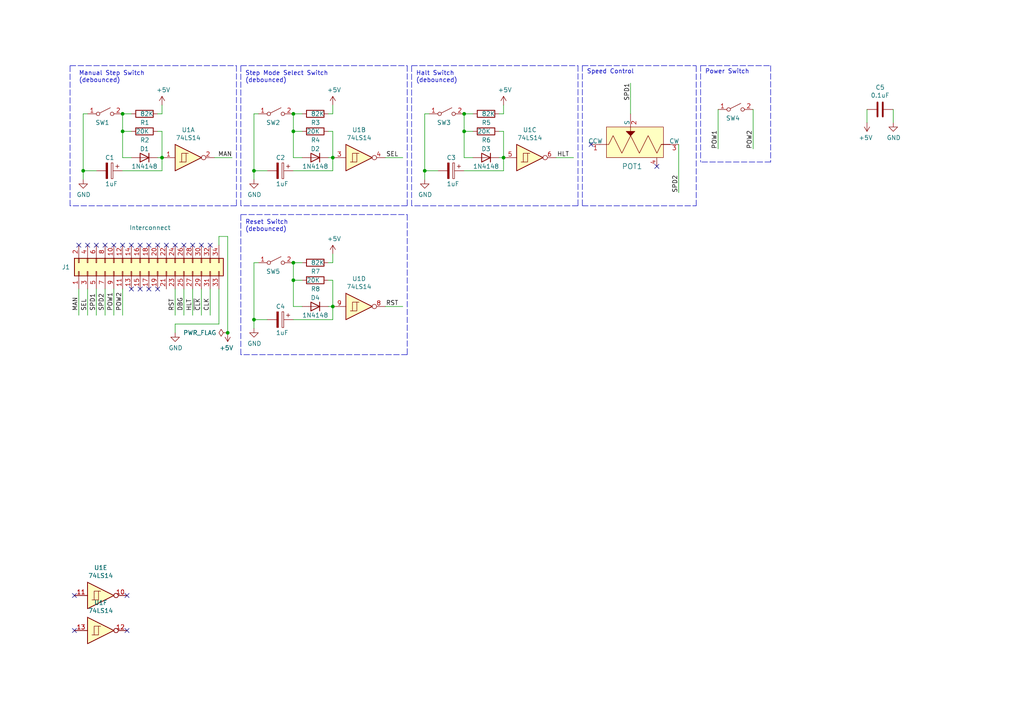
<source format=kicad_sch>
(kicad_sch (version 20211123) (generator eeschema)

  (uuid 6bfe5804-2ef9-4c65-b2a7-f01e4014370a)

  (paper "A4")

  (title_block
    (date "2020-04-18")
    (rev "1.0")
  )

  (lib_symbols
    (symbol "74xx:74LS14" (pin_names (offset 1.016)) (in_bom yes) (on_board yes)
      (property "Reference" "U" (id 0) (at 0 1.27 0)
        (effects (font (size 1.27 1.27)))
      )
      (property "Value" "74LS14" (id 1) (at 0 -1.27 0)
        (effects (font (size 1.27 1.27)))
      )
      (property "Footprint" "" (id 2) (at 0 0 0)
        (effects (font (size 1.27 1.27)) hide)
      )
      (property "Datasheet" "http://www.ti.com/lit/gpn/sn74LS14" (id 3) (at 0 0 0)
        (effects (font (size 1.27 1.27)) hide)
      )
      (property "ki_locked" "" (id 4) (at 0 0 0)
        (effects (font (size 1.27 1.27)))
      )
      (property "ki_keywords" "TTL not inverter" (id 5) (at 0 0 0)
        (effects (font (size 1.27 1.27)) hide)
      )
      (property "ki_description" "Hex inverter schmitt trigger" (id 6) (at 0 0 0)
        (effects (font (size 1.27 1.27)) hide)
      )
      (property "ki_fp_filters" "DIP*W7.62mm*" (id 7) (at 0 0 0)
        (effects (font (size 1.27 1.27)) hide)
      )
      (symbol "74LS14_1_0"
        (polyline
          (pts
            (xy -3.81 3.81)
            (xy -3.81 -3.81)
            (xy 3.81 0)
            (xy -3.81 3.81)
          )
          (stroke (width 0.254) (type default) (color 0 0 0 0))
          (fill (type background))
        )
        (pin input line (at -7.62 0 0) (length 3.81)
          (name "~" (effects (font (size 1.27 1.27))))
          (number "1" (effects (font (size 1.27 1.27))))
        )
        (pin output inverted (at 7.62 0 180) (length 3.81)
          (name "~" (effects (font (size 1.27 1.27))))
          (number "2" (effects (font (size 1.27 1.27))))
        )
      )
      (symbol "74LS14_1_1"
        (polyline
          (pts
            (xy -1.905 -1.27)
            (xy -1.905 1.27)
            (xy -0.635 1.27)
          )
          (stroke (width 0) (type default) (color 0 0 0 0))
          (fill (type none))
        )
        (polyline
          (pts
            (xy -2.54 -1.27)
            (xy -0.635 -1.27)
            (xy -0.635 1.27)
            (xy 0 1.27)
          )
          (stroke (width 0) (type default) (color 0 0 0 0))
          (fill (type none))
        )
      )
      (symbol "74LS14_2_0"
        (polyline
          (pts
            (xy -3.81 3.81)
            (xy -3.81 -3.81)
            (xy 3.81 0)
            (xy -3.81 3.81)
          )
          (stroke (width 0.254) (type default) (color 0 0 0 0))
          (fill (type background))
        )
        (pin input line (at -7.62 0 0) (length 3.81)
          (name "~" (effects (font (size 1.27 1.27))))
          (number "3" (effects (font (size 1.27 1.27))))
        )
        (pin output inverted (at 7.62 0 180) (length 3.81)
          (name "~" (effects (font (size 1.27 1.27))))
          (number "4" (effects (font (size 1.27 1.27))))
        )
      )
      (symbol "74LS14_2_1"
        (polyline
          (pts
            (xy -1.905 -1.27)
            (xy -1.905 1.27)
            (xy -0.635 1.27)
          )
          (stroke (width 0) (type default) (color 0 0 0 0))
          (fill (type none))
        )
        (polyline
          (pts
            (xy -2.54 -1.27)
            (xy -0.635 -1.27)
            (xy -0.635 1.27)
            (xy 0 1.27)
          )
          (stroke (width 0) (type default) (color 0 0 0 0))
          (fill (type none))
        )
      )
      (symbol "74LS14_3_0"
        (polyline
          (pts
            (xy -3.81 3.81)
            (xy -3.81 -3.81)
            (xy 3.81 0)
            (xy -3.81 3.81)
          )
          (stroke (width 0.254) (type default) (color 0 0 0 0))
          (fill (type background))
        )
        (pin input line (at -7.62 0 0) (length 3.81)
          (name "~" (effects (font (size 1.27 1.27))))
          (number "5" (effects (font (size 1.27 1.27))))
        )
        (pin output inverted (at 7.62 0 180) (length 3.81)
          (name "~" (effects (font (size 1.27 1.27))))
          (number "6" (effects (font (size 1.27 1.27))))
        )
      )
      (symbol "74LS14_3_1"
        (polyline
          (pts
            (xy -1.905 -1.27)
            (xy -1.905 1.27)
            (xy -0.635 1.27)
          )
          (stroke (width 0) (type default) (color 0 0 0 0))
          (fill (type none))
        )
        (polyline
          (pts
            (xy -2.54 -1.27)
            (xy -0.635 -1.27)
            (xy -0.635 1.27)
            (xy 0 1.27)
          )
          (stroke (width 0) (type default) (color 0 0 0 0))
          (fill (type none))
        )
      )
      (symbol "74LS14_4_0"
        (polyline
          (pts
            (xy -3.81 3.81)
            (xy -3.81 -3.81)
            (xy 3.81 0)
            (xy -3.81 3.81)
          )
          (stroke (width 0.254) (type default) (color 0 0 0 0))
          (fill (type background))
        )
        (pin output inverted (at 7.62 0 180) (length 3.81)
          (name "~" (effects (font (size 1.27 1.27))))
          (number "8" (effects (font (size 1.27 1.27))))
        )
        (pin input line (at -7.62 0 0) (length 3.81)
          (name "~" (effects (font (size 1.27 1.27))))
          (number "9" (effects (font (size 1.27 1.27))))
        )
      )
      (symbol "74LS14_4_1"
        (polyline
          (pts
            (xy -1.905 -1.27)
            (xy -1.905 1.27)
            (xy -0.635 1.27)
          )
          (stroke (width 0) (type default) (color 0 0 0 0))
          (fill (type none))
        )
        (polyline
          (pts
            (xy -2.54 -1.27)
            (xy -0.635 -1.27)
            (xy -0.635 1.27)
            (xy 0 1.27)
          )
          (stroke (width 0) (type default) (color 0 0 0 0))
          (fill (type none))
        )
      )
      (symbol "74LS14_5_0"
        (polyline
          (pts
            (xy -3.81 3.81)
            (xy -3.81 -3.81)
            (xy 3.81 0)
            (xy -3.81 3.81)
          )
          (stroke (width 0.254) (type default) (color 0 0 0 0))
          (fill (type background))
        )
        (pin output inverted (at 7.62 0 180) (length 3.81)
          (name "~" (effects (font (size 1.27 1.27))))
          (number "10" (effects (font (size 1.27 1.27))))
        )
        (pin input line (at -7.62 0 0) (length 3.81)
          (name "~" (effects (font (size 1.27 1.27))))
          (number "11" (effects (font (size 1.27 1.27))))
        )
      )
      (symbol "74LS14_5_1"
        (polyline
          (pts
            (xy -1.905 -1.27)
            (xy -1.905 1.27)
            (xy -0.635 1.27)
          )
          (stroke (width 0) (type default) (color 0 0 0 0))
          (fill (type none))
        )
        (polyline
          (pts
            (xy -2.54 -1.27)
            (xy -0.635 -1.27)
            (xy -0.635 1.27)
            (xy 0 1.27)
          )
          (stroke (width 0) (type default) (color 0 0 0 0))
          (fill (type none))
        )
      )
      (symbol "74LS14_6_0"
        (polyline
          (pts
            (xy -3.81 3.81)
            (xy -3.81 -3.81)
            (xy 3.81 0)
            (xy -3.81 3.81)
          )
          (stroke (width 0.254) (type default) (color 0 0 0 0))
          (fill (type background))
        )
        (pin output inverted (at 7.62 0 180) (length 3.81)
          (name "~" (effects (font (size 1.27 1.27))))
          (number "12" (effects (font (size 1.27 1.27))))
        )
        (pin input line (at -7.62 0 0) (length 3.81)
          (name "~" (effects (font (size 1.27 1.27))))
          (number "13" (effects (font (size 1.27 1.27))))
        )
      )
      (symbol "74LS14_6_1"
        (polyline
          (pts
            (xy -1.905 -1.27)
            (xy -1.905 1.27)
            (xy -0.635 1.27)
          )
          (stroke (width 0) (type default) (color 0 0 0 0))
          (fill (type none))
        )
        (polyline
          (pts
            (xy -2.54 -1.27)
            (xy -0.635 -1.27)
            (xy -0.635 1.27)
            (xy 0 1.27)
          )
          (stroke (width 0) (type default) (color 0 0 0 0))
          (fill (type none))
        )
      )
      (symbol "74LS14_7_0"
        (pin power_in line (at 0 12.7 270) (length 5.08)
          (name "VCC" (effects (font (size 1.27 1.27))))
          (number "14" (effects (font (size 1.27 1.27))))
        )
        (pin power_in line (at 0 -12.7 90) (length 5.08)
          (name "GND" (effects (font (size 1.27 1.27))))
          (number "7" (effects (font (size 1.27 1.27))))
        )
      )
      (symbol "74LS14_7_1"
        (rectangle (start -5.08 7.62) (end 5.08 -7.62)
          (stroke (width 0.254) (type default) (color 0 0 0 0))
          (fill (type background))
        )
      )
    )
    (symbol "Connector_Generic:Conn_02x17_Odd_Even" (pin_names (offset 1.016) hide) (in_bom yes) (on_board yes)
      (property "Reference" "J" (id 0) (at 1.27 22.86 0)
        (effects (font (size 1.27 1.27)))
      )
      (property "Value" "Conn_02x17_Odd_Even" (id 1) (at 1.27 -22.86 0)
        (effects (font (size 1.27 1.27)))
      )
      (property "Footprint" "" (id 2) (at 0 0 0)
        (effects (font (size 1.27 1.27)) hide)
      )
      (property "Datasheet" "~" (id 3) (at 0 0 0)
        (effects (font (size 1.27 1.27)) hide)
      )
      (property "ki_keywords" "connector" (id 4) (at 0 0 0)
        (effects (font (size 1.27 1.27)) hide)
      )
      (property "ki_description" "Generic connector, double row, 02x17, odd/even pin numbering scheme (row 1 odd numbers, row 2 even numbers), script generated (kicad-library-utils/schlib/autogen/connector/)" (id 5) (at 0 0 0)
        (effects (font (size 1.27 1.27)) hide)
      )
      (property "ki_fp_filters" "Connector*:*_2x??_*" (id 6) (at 0 0 0)
        (effects (font (size 1.27 1.27)) hide)
      )
      (symbol "Conn_02x17_Odd_Even_1_1"
        (rectangle (start -1.27 -20.193) (end 0 -20.447)
          (stroke (width 0.1524) (type default) (color 0 0 0 0))
          (fill (type none))
        )
        (rectangle (start -1.27 -17.653) (end 0 -17.907)
          (stroke (width 0.1524) (type default) (color 0 0 0 0))
          (fill (type none))
        )
        (rectangle (start -1.27 -15.113) (end 0 -15.367)
          (stroke (width 0.1524) (type default) (color 0 0 0 0))
          (fill (type none))
        )
        (rectangle (start -1.27 -12.573) (end 0 -12.827)
          (stroke (width 0.1524) (type default) (color 0 0 0 0))
          (fill (type none))
        )
        (rectangle (start -1.27 -10.033) (end 0 -10.287)
          (stroke (width 0.1524) (type default) (color 0 0 0 0))
          (fill (type none))
        )
        (rectangle (start -1.27 -7.493) (end 0 -7.747)
          (stroke (width 0.1524) (type default) (color 0 0 0 0))
          (fill (type none))
        )
        (rectangle (start -1.27 -4.953) (end 0 -5.207)
          (stroke (width 0.1524) (type default) (color 0 0 0 0))
          (fill (type none))
        )
        (rectangle (start -1.27 -2.413) (end 0 -2.667)
          (stroke (width 0.1524) (type default) (color 0 0 0 0))
          (fill (type none))
        )
        (rectangle (start -1.27 0.127) (end 0 -0.127)
          (stroke (width 0.1524) (type default) (color 0 0 0 0))
          (fill (type none))
        )
        (rectangle (start -1.27 2.667) (end 0 2.413)
          (stroke (width 0.1524) (type default) (color 0 0 0 0))
          (fill (type none))
        )
        (rectangle (start -1.27 5.207) (end 0 4.953)
          (stroke (width 0.1524) (type default) (color 0 0 0 0))
          (fill (type none))
        )
        (rectangle (start -1.27 7.747) (end 0 7.493)
          (stroke (width 0.1524) (type default) (color 0 0 0 0))
          (fill (type none))
        )
        (rectangle (start -1.27 10.287) (end 0 10.033)
          (stroke (width 0.1524) (type default) (color 0 0 0 0))
          (fill (type none))
        )
        (rectangle (start -1.27 12.827) (end 0 12.573)
          (stroke (width 0.1524) (type default) (color 0 0 0 0))
          (fill (type none))
        )
        (rectangle (start -1.27 15.367) (end 0 15.113)
          (stroke (width 0.1524) (type default) (color 0 0 0 0))
          (fill (type none))
        )
        (rectangle (start -1.27 17.907) (end 0 17.653)
          (stroke (width 0.1524) (type default) (color 0 0 0 0))
          (fill (type none))
        )
        (rectangle (start -1.27 20.447) (end 0 20.193)
          (stroke (width 0.1524) (type default) (color 0 0 0 0))
          (fill (type none))
        )
        (rectangle (start -1.27 21.59) (end 3.81 -21.59)
          (stroke (width 0.254) (type default) (color 0 0 0 0))
          (fill (type background))
        )
        (rectangle (start 3.81 -20.193) (end 2.54 -20.447)
          (stroke (width 0.1524) (type default) (color 0 0 0 0))
          (fill (type none))
        )
        (rectangle (start 3.81 -17.653) (end 2.54 -17.907)
          (stroke (width 0.1524) (type default) (color 0 0 0 0))
          (fill (type none))
        )
        (rectangle (start 3.81 -15.113) (end 2.54 -15.367)
          (stroke (width 0.1524) (type default) (color 0 0 0 0))
          (fill (type none))
        )
        (rectangle (start 3.81 -12.573) (end 2.54 -12.827)
          (stroke (width 0.1524) (type default) (color 0 0 0 0))
          (fill (type none))
        )
        (rectangle (start 3.81 -10.033) (end 2.54 -10.287)
          (stroke (width 0.1524) (type default) (color 0 0 0 0))
          (fill (type none))
        )
        (rectangle (start 3.81 -7.493) (end 2.54 -7.747)
          (stroke (width 0.1524) (type default) (color 0 0 0 0))
          (fill (type none))
        )
        (rectangle (start 3.81 -4.953) (end 2.54 -5.207)
          (stroke (width 0.1524) (type default) (color 0 0 0 0))
          (fill (type none))
        )
        (rectangle (start 3.81 -2.413) (end 2.54 -2.667)
          (stroke (width 0.1524) (type default) (color 0 0 0 0))
          (fill (type none))
        )
        (rectangle (start 3.81 0.127) (end 2.54 -0.127)
          (stroke (width 0.1524) (type default) (color 0 0 0 0))
          (fill (type none))
        )
        (rectangle (start 3.81 2.667) (end 2.54 2.413)
          (stroke (width 0.1524) (type default) (color 0 0 0 0))
          (fill (type none))
        )
        (rectangle (start 3.81 5.207) (end 2.54 4.953)
          (stroke (width 0.1524) (type default) (color 0 0 0 0))
          (fill (type none))
        )
        (rectangle (start 3.81 7.747) (end 2.54 7.493)
          (stroke (width 0.1524) (type default) (color 0 0 0 0))
          (fill (type none))
        )
        (rectangle (start 3.81 10.287) (end 2.54 10.033)
          (stroke (width 0.1524) (type default) (color 0 0 0 0))
          (fill (type none))
        )
        (rectangle (start 3.81 12.827) (end 2.54 12.573)
          (stroke (width 0.1524) (type default) (color 0 0 0 0))
          (fill (type none))
        )
        (rectangle (start 3.81 15.367) (end 2.54 15.113)
          (stroke (width 0.1524) (type default) (color 0 0 0 0))
          (fill (type none))
        )
        (rectangle (start 3.81 17.907) (end 2.54 17.653)
          (stroke (width 0.1524) (type default) (color 0 0 0 0))
          (fill (type none))
        )
        (rectangle (start 3.81 20.447) (end 2.54 20.193)
          (stroke (width 0.1524) (type default) (color 0 0 0 0))
          (fill (type none))
        )
        (pin passive line (at -5.08 20.32 0) (length 3.81)
          (name "Pin_1" (effects (font (size 1.27 1.27))))
          (number "1" (effects (font (size 1.27 1.27))))
        )
        (pin passive line (at 7.62 10.16 180) (length 3.81)
          (name "Pin_10" (effects (font (size 1.27 1.27))))
          (number "10" (effects (font (size 1.27 1.27))))
        )
        (pin passive line (at -5.08 7.62 0) (length 3.81)
          (name "Pin_11" (effects (font (size 1.27 1.27))))
          (number "11" (effects (font (size 1.27 1.27))))
        )
        (pin passive line (at 7.62 7.62 180) (length 3.81)
          (name "Pin_12" (effects (font (size 1.27 1.27))))
          (number "12" (effects (font (size 1.27 1.27))))
        )
        (pin passive line (at -5.08 5.08 0) (length 3.81)
          (name "Pin_13" (effects (font (size 1.27 1.27))))
          (number "13" (effects (font (size 1.27 1.27))))
        )
        (pin passive line (at 7.62 5.08 180) (length 3.81)
          (name "Pin_14" (effects (font (size 1.27 1.27))))
          (number "14" (effects (font (size 1.27 1.27))))
        )
        (pin passive line (at -5.08 2.54 0) (length 3.81)
          (name "Pin_15" (effects (font (size 1.27 1.27))))
          (number "15" (effects (font (size 1.27 1.27))))
        )
        (pin passive line (at 7.62 2.54 180) (length 3.81)
          (name "Pin_16" (effects (font (size 1.27 1.27))))
          (number "16" (effects (font (size 1.27 1.27))))
        )
        (pin passive line (at -5.08 0 0) (length 3.81)
          (name "Pin_17" (effects (font (size 1.27 1.27))))
          (number "17" (effects (font (size 1.27 1.27))))
        )
        (pin passive line (at 7.62 0 180) (length 3.81)
          (name "Pin_18" (effects (font (size 1.27 1.27))))
          (number "18" (effects (font (size 1.27 1.27))))
        )
        (pin passive line (at -5.08 -2.54 0) (length 3.81)
          (name "Pin_19" (effects (font (size 1.27 1.27))))
          (number "19" (effects (font (size 1.27 1.27))))
        )
        (pin passive line (at 7.62 20.32 180) (length 3.81)
          (name "Pin_2" (effects (font (size 1.27 1.27))))
          (number "2" (effects (font (size 1.27 1.27))))
        )
        (pin passive line (at 7.62 -2.54 180) (length 3.81)
          (name "Pin_20" (effects (font (size 1.27 1.27))))
          (number "20" (effects (font (size 1.27 1.27))))
        )
        (pin passive line (at -5.08 -5.08 0) (length 3.81)
          (name "Pin_21" (effects (font (size 1.27 1.27))))
          (number "21" (effects (font (size 1.27 1.27))))
        )
        (pin passive line (at 7.62 -5.08 180) (length 3.81)
          (name "Pin_22" (effects (font (size 1.27 1.27))))
          (number "22" (effects (font (size 1.27 1.27))))
        )
        (pin passive line (at -5.08 -7.62 0) (length 3.81)
          (name "Pin_23" (effects (font (size 1.27 1.27))))
          (number "23" (effects (font (size 1.27 1.27))))
        )
        (pin passive line (at 7.62 -7.62 180) (length 3.81)
          (name "Pin_24" (effects (font (size 1.27 1.27))))
          (number "24" (effects (font (size 1.27 1.27))))
        )
        (pin passive line (at -5.08 -10.16 0) (length 3.81)
          (name "Pin_25" (effects (font (size 1.27 1.27))))
          (number "25" (effects (font (size 1.27 1.27))))
        )
        (pin passive line (at 7.62 -10.16 180) (length 3.81)
          (name "Pin_26" (effects (font (size 1.27 1.27))))
          (number "26" (effects (font (size 1.27 1.27))))
        )
        (pin passive line (at -5.08 -12.7 0) (length 3.81)
          (name "Pin_27" (effects (font (size 1.27 1.27))))
          (number "27" (effects (font (size 1.27 1.27))))
        )
        (pin passive line (at 7.62 -12.7 180) (length 3.81)
          (name "Pin_28" (effects (font (size 1.27 1.27))))
          (number "28" (effects (font (size 1.27 1.27))))
        )
        (pin passive line (at -5.08 -15.24 0) (length 3.81)
          (name "Pin_29" (effects (font (size 1.27 1.27))))
          (number "29" (effects (font (size 1.27 1.27))))
        )
        (pin passive line (at -5.08 17.78 0) (length 3.81)
          (name "Pin_3" (effects (font (size 1.27 1.27))))
          (number "3" (effects (font (size 1.27 1.27))))
        )
        (pin passive line (at 7.62 -15.24 180) (length 3.81)
          (name "Pin_30" (effects (font (size 1.27 1.27))))
          (number "30" (effects (font (size 1.27 1.27))))
        )
        (pin passive line (at -5.08 -17.78 0) (length 3.81)
          (name "Pin_31" (effects (font (size 1.27 1.27))))
          (number "31" (effects (font (size 1.27 1.27))))
        )
        (pin passive line (at 7.62 -17.78 180) (length 3.81)
          (name "Pin_32" (effects (font (size 1.27 1.27))))
          (number "32" (effects (font (size 1.27 1.27))))
        )
        (pin passive line (at -5.08 -20.32 0) (length 3.81)
          (name "Pin_33" (effects (font (size 1.27 1.27))))
          (number "33" (effects (font (size 1.27 1.27))))
        )
        (pin passive line (at 7.62 -20.32 180) (length 3.81)
          (name "Pin_34" (effects (font (size 1.27 1.27))))
          (number "34" (effects (font (size 1.27 1.27))))
        )
        (pin passive line (at 7.62 17.78 180) (length 3.81)
          (name "Pin_4" (effects (font (size 1.27 1.27))))
          (number "4" (effects (font (size 1.27 1.27))))
        )
        (pin passive line (at -5.08 15.24 0) (length 3.81)
          (name "Pin_5" (effects (font (size 1.27 1.27))))
          (number "5" (effects (font (size 1.27 1.27))))
        )
        (pin passive line (at 7.62 15.24 180) (length 3.81)
          (name "Pin_6" (effects (font (size 1.27 1.27))))
          (number "6" (effects (font (size 1.27 1.27))))
        )
        (pin passive line (at -5.08 12.7 0) (length 3.81)
          (name "Pin_7" (effects (font (size 1.27 1.27))))
          (number "7" (effects (font (size 1.27 1.27))))
        )
        (pin passive line (at 7.62 12.7 180) (length 3.81)
          (name "Pin_8" (effects (font (size 1.27 1.27))))
          (number "8" (effects (font (size 1.27 1.27))))
        )
        (pin passive line (at -5.08 10.16 0) (length 3.81)
          (name "Pin_9" (effects (font (size 1.27 1.27))))
          (number "9" (effects (font (size 1.27 1.27))))
        )
      )
    )
    (symbol "Device:C" (pin_numbers hide) (pin_names (offset 0.254)) (in_bom yes) (on_board yes)
      (property "Reference" "C" (id 0) (at 0.635 2.54 0)
        (effects (font (size 1.27 1.27)) (justify left))
      )
      (property "Value" "C" (id 1) (at 0.635 -2.54 0)
        (effects (font (size 1.27 1.27)) (justify left))
      )
      (property "Footprint" "" (id 2) (at 0.9652 -3.81 0)
        (effects (font (size 1.27 1.27)) hide)
      )
      (property "Datasheet" "~" (id 3) (at 0 0 0)
        (effects (font (size 1.27 1.27)) hide)
      )
      (property "ki_keywords" "cap capacitor" (id 4) (at 0 0 0)
        (effects (font (size 1.27 1.27)) hide)
      )
      (property "ki_description" "Unpolarized capacitor" (id 5) (at 0 0 0)
        (effects (font (size 1.27 1.27)) hide)
      )
      (property "ki_fp_filters" "C_*" (id 6) (at 0 0 0)
        (effects (font (size 1.27 1.27)) hide)
      )
      (symbol "C_0_1"
        (polyline
          (pts
            (xy -2.032 -0.762)
            (xy 2.032 -0.762)
          )
          (stroke (width 0.508) (type default) (color 0 0 0 0))
          (fill (type none))
        )
        (polyline
          (pts
            (xy -2.032 0.762)
            (xy 2.032 0.762)
          )
          (stroke (width 0.508) (type default) (color 0 0 0 0))
          (fill (type none))
        )
      )
      (symbol "C_1_1"
        (pin passive line (at 0 3.81 270) (length 2.794)
          (name "~" (effects (font (size 1.27 1.27))))
          (number "1" (effects (font (size 1.27 1.27))))
        )
        (pin passive line (at 0 -3.81 90) (length 2.794)
          (name "~" (effects (font (size 1.27 1.27))))
          (number "2" (effects (font (size 1.27 1.27))))
        )
      )
    )
    (symbol "Device:CP" (pin_numbers hide) (pin_names (offset 0.254)) (in_bom yes) (on_board yes)
      (property "Reference" "C" (id 0) (at 0.635 2.54 0)
        (effects (font (size 1.27 1.27)) (justify left))
      )
      (property "Value" "Device_CP" (id 1) (at 0.635 -2.54 0)
        (effects (font (size 1.27 1.27)) (justify left))
      )
      (property "Footprint" "" (id 2) (at 0.9652 -3.81 0)
        (effects (font (size 1.27 1.27)) hide)
      )
      (property "Datasheet" "" (id 3) (at 0 0 0)
        (effects (font (size 1.27 1.27)) hide)
      )
      (property "ki_fp_filters" "CP_*" (id 4) (at 0 0 0)
        (effects (font (size 1.27 1.27)) hide)
      )
      (symbol "CP_0_1"
        (rectangle (start -2.286 0.508) (end 2.286 1.016)
          (stroke (width 0) (type default) (color 0 0 0 0))
          (fill (type none))
        )
        (polyline
          (pts
            (xy -1.778 2.286)
            (xy -0.762 2.286)
          )
          (stroke (width 0) (type default) (color 0 0 0 0))
          (fill (type none))
        )
        (polyline
          (pts
            (xy -1.27 2.794)
            (xy -1.27 1.778)
          )
          (stroke (width 0) (type default) (color 0 0 0 0))
          (fill (type none))
        )
        (rectangle (start 2.286 -0.508) (end -2.286 -1.016)
          (stroke (width 0) (type default) (color 0 0 0 0))
          (fill (type outline))
        )
      )
      (symbol "CP_1_1"
        (pin passive line (at 0 3.81 270) (length 2.794)
          (name "~" (effects (font (size 1.27 1.27))))
          (number "1" (effects (font (size 1.27 1.27))))
        )
        (pin passive line (at 0 -3.81 90) (length 2.794)
          (name "~" (effects (font (size 1.27 1.27))))
          (number "2" (effects (font (size 1.27 1.27))))
        )
      )
    )
    (symbol "Device:D" (pin_numbers hide) (pin_names (offset 1.016) hide) (in_bom yes) (on_board yes)
      (property "Reference" "D" (id 0) (at 0 2.54 0)
        (effects (font (size 1.27 1.27)))
      )
      (property "Value" "D" (id 1) (at 0 -2.54 0)
        (effects (font (size 1.27 1.27)))
      )
      (property "Footprint" "" (id 2) (at 0 0 0)
        (effects (font (size 1.27 1.27)) hide)
      )
      (property "Datasheet" "~" (id 3) (at 0 0 0)
        (effects (font (size 1.27 1.27)) hide)
      )
      (property "ki_keywords" "diode" (id 4) (at 0 0 0)
        (effects (font (size 1.27 1.27)) hide)
      )
      (property "ki_description" "Diode" (id 5) (at 0 0 0)
        (effects (font (size 1.27 1.27)) hide)
      )
      (property "ki_fp_filters" "TO-???* *_Diode_* *SingleDiode* D_*" (id 6) (at 0 0 0)
        (effects (font (size 1.27 1.27)) hide)
      )
      (symbol "D_0_1"
        (polyline
          (pts
            (xy -1.27 1.27)
            (xy -1.27 -1.27)
          )
          (stroke (width 0.254) (type default) (color 0 0 0 0))
          (fill (type none))
        )
        (polyline
          (pts
            (xy 1.27 0)
            (xy -1.27 0)
          )
          (stroke (width 0) (type default) (color 0 0 0 0))
          (fill (type none))
        )
        (polyline
          (pts
            (xy 1.27 1.27)
            (xy 1.27 -1.27)
            (xy -1.27 0)
            (xy 1.27 1.27)
          )
          (stroke (width 0.254) (type default) (color 0 0 0 0))
          (fill (type none))
        )
      )
      (symbol "D_1_1"
        (pin passive line (at -3.81 0 0) (length 2.54)
          (name "K" (effects (font (size 1.27 1.27))))
          (number "1" (effects (font (size 1.27 1.27))))
        )
        (pin passive line (at 3.81 0 180) (length 2.54)
          (name "A" (effects (font (size 1.27 1.27))))
          (number "2" (effects (font (size 1.27 1.27))))
        )
      )
    )
    (symbol "Device:R" (pin_numbers hide) (pin_names (offset 0)) (in_bom yes) (on_board yes)
      (property "Reference" "R" (id 0) (at 2.032 0 90)
        (effects (font (size 1.27 1.27)))
      )
      (property "Value" "R" (id 1) (at 0 0 90)
        (effects (font (size 1.27 1.27)))
      )
      (property "Footprint" "" (id 2) (at -1.778 0 90)
        (effects (font (size 1.27 1.27)) hide)
      )
      (property "Datasheet" "~" (id 3) (at 0 0 0)
        (effects (font (size 1.27 1.27)) hide)
      )
      (property "ki_keywords" "R res resistor" (id 4) (at 0 0 0)
        (effects (font (size 1.27 1.27)) hide)
      )
      (property "ki_description" "Resistor" (id 5) (at 0 0 0)
        (effects (font (size 1.27 1.27)) hide)
      )
      (property "ki_fp_filters" "R_*" (id 6) (at 0 0 0)
        (effects (font (size 1.27 1.27)) hide)
      )
      (symbol "R_0_1"
        (rectangle (start -1.016 -2.54) (end 1.016 2.54)
          (stroke (width 0.254) (type default) (color 0 0 0 0))
          (fill (type none))
        )
      )
      (symbol "R_1_1"
        (pin passive line (at 0 3.81 270) (length 1.27)
          (name "~" (effects (font (size 1.27 1.27))))
          (number "1" (effects (font (size 1.27 1.27))))
        )
        (pin passive line (at 0 -3.81 90) (length 1.27)
          (name "~" (effects (font (size 1.27 1.27))))
          (number "2" (effects (font (size 1.27 1.27))))
        )
      )
    )
    (symbol "Switch:SW_SPST" (pin_names (offset 0) hide) (in_bom yes) (on_board yes)
      (property "Reference" "SW" (id 0) (at 0 3.175 0)
        (effects (font (size 1.27 1.27)))
      )
      (property "Value" "SW_SPST" (id 1) (at 0 -2.54 0)
        (effects (font (size 1.27 1.27)))
      )
      (property "Footprint" "" (id 2) (at 0 0 0)
        (effects (font (size 1.27 1.27)) hide)
      )
      (property "Datasheet" "~" (id 3) (at 0 0 0)
        (effects (font (size 1.27 1.27)) hide)
      )
      (property "ki_keywords" "switch lever" (id 4) (at 0 0 0)
        (effects (font (size 1.27 1.27)) hide)
      )
      (property "ki_description" "Single Pole Single Throw (SPST) switch" (id 5) (at 0 0 0)
        (effects (font (size 1.27 1.27)) hide)
      )
      (symbol "SW_SPST_0_0"
        (circle (center -2.032 0) (radius 0.508)
          (stroke (width 0) (type default) (color 0 0 0 0))
          (fill (type none))
        )
        (polyline
          (pts
            (xy -1.524 0.254)
            (xy 1.524 1.778)
          )
          (stroke (width 0) (type default) (color 0 0 0 0))
          (fill (type none))
        )
        (circle (center 2.032 0) (radius 0.508)
          (stroke (width 0) (type default) (color 0 0 0 0))
          (fill (type none))
        )
      )
      (symbol "SW_SPST_1_1"
        (pin passive line (at -5.08 0 0) (length 2.54)
          (name "A" (effects (font (size 1.27 1.27))))
          (number "1" (effects (font (size 1.27 1.27))))
        )
        (pin passive line (at 5.08 0 180) (length 2.54)
          (name "B" (effects (font (size 1.27 1.27))))
          (number "2" (effects (font (size 1.27 1.27))))
        )
      )
    )
    (symbol "dk_Rotary-Potentiometers-Rheostats:P120PK-Y25BR10K" (pin_names (offset 0)) (in_bom yes) (on_board yes)
      (property "Reference" "POT" (id 0) (at -1.905 6.35 0)
        (effects (font (size 1.524 1.524)) (justify right))
      )
      (property "Value" "dk_Rotary-Potentiometers-Rheostats_P120PK-Y25BR10K" (id 1) (at 6.985 -5.08 0)
        (effects (font (size 1.524 1.524)) (justify right))
      )
      (property "Footprint" "digikey-footprints:Potentiometer_P120PK-Y25BR10K" (id 2) (at 5.08 5.08 0)
        (effects (font (size 1.524 1.524)) (justify left) hide)
      )
      (property "Datasheet" "https://www.ttelectronics.com/TTElectronics/media/ProductFiles/Potentiometers/Datasheets/P120.pdf" (id 3) (at 5.08 7.62 0)
        (effects (font (size 1.524 1.524)) (justify left) hide)
      )
      (property "Digi-Key_PN" "987-1710-ND" (id 4) (at 5.08 10.16 0)
        (effects (font (size 1.524 1.524)) (justify left) hide)
      )
      (property "MPN" "P120PK-Y25BR10K" (id 5) (at 5.08 12.7 0)
        (effects (font (size 1.524 1.524)) (justify left) hide)
      )
      (property "Category" "Potentiometers, Variable Resistors" (id 6) (at 5.08 15.24 0)
        (effects (font (size 1.524 1.524)) (justify left) hide)
      )
      (property "Family" "Rotary Potentiometers, Rheostats" (id 7) (at 5.08 17.78 0)
        (effects (font (size 1.524 1.524)) (justify left) hide)
      )
      (property "DK_Datasheet_Link" "https://www.ttelectronics.com/TTElectronics/media/ProductFiles/Potentiometers/Datasheets/P120.pdf" (id 8) (at 5.08 20.32 0)
        (effects (font (size 1.524 1.524)) (justify left) hide)
      )
      (property "DK_Detail_Page" "/product-detail/en/tt-electronics-bi/P120PK-Y25BR10K/987-1710-ND/5957454" (id 9) (at 5.08 22.86 0)
        (effects (font (size 1.524 1.524)) (justify left) hide)
      )
      (property "Description" "POT 10K OHM 1/20W PLASTIC LINEAR" (id 10) (at 5.08 25.4 0)
        (effects (font (size 1.524 1.524)) (justify left) hide)
      )
      (property "Manufacturer" "TT Electronics/BI" (id 11) (at 5.08 27.94 0)
        (effects (font (size 1.524 1.524)) (justify left) hide)
      )
      (property "Status" "Active" (id 12) (at 5.08 30.48 0)
        (effects (font (size 1.524 1.524)) (justify left) hide)
      )
      (symbol "P120PK-Y25BR10K_0_1"
        (rectangle (start -6.985 5.08) (end 9.525 -3.81)
          (stroke (width 0) (type default) (color 0 0 0 0))
          (fill (type background))
        )
        (polyline
          (pts
            (xy -6.35 0)
            (xy -8.89 0)
          )
          (stroke (width 0) (type default) (color 0 0 0 0))
          (fill (type none))
        )
        (polyline
          (pts
            (xy 11.43 0)
            (xy 8.89 0)
          )
          (stroke (width 0) (type default) (color 0 0 0 0))
          (fill (type none))
        )
        (polyline
          (pts
            (xy -0.635 3.175)
            (xy -1.27 3.81)
            (xy 1.27 3.81)
            (xy 0 2.54)
          )
          (stroke (width 0) (type default) (color 0 0 0 0))
          (fill (type outline))
        )
        (polyline
          (pts
            (xy 0 2.54)
            (xy -0.635 3.175)
            (xy 0.635 3.175)
            (xy 0 2.54)
          )
          (stroke (width 0) (type default) (color 0 0 0 0))
          (fill (type none))
        )
        (polyline
          (pts
            (xy -6.3246 0.0254)
            (xy -5.0546 2.5654)
            (xy -2.5146 -2.5146)
            (xy -1.2446 0.0254)
            (xy 0.0254 2.5654)
            (xy 2.5654 -2.5146)
            (xy 5.1054 2.5654)
            (xy 7.6454 -2.5146)
            (xy 8.9154 0.0254)
            (xy 11.4554 0.0254)
          )
          (stroke (width 0) (type default) (color 0 0 0 0))
          (fill (type none))
        )
      )
      (symbol "P120PK-Y25BR10K_1_0"
        (pin unspecified line (at 7.62 -6.35 90) (length 2.54)
          (name "~" (effects (font (size 1.27 1.27))))
          (number "4" (effects (font (size 1.27 1.27))))
        )
      )
      (symbol "P120PK-Y25BR10K_1_1"
        (pin passive line (at -11.43 0 0) (length 2.54)
          (name "CCW" (effects (font (size 1.27 1.27))))
          (number "1" (effects (font (size 1.27 1.27))))
        )
        (pin passive line (at 0 8.89 270) (length 5.08)
          (name "S" (effects (font (size 1.27 1.27))))
          (number "2" (effects (font (size 1.27 1.27))))
        )
        (pin passive line (at 13.97 0 180) (length 2.54)
          (name "CW" (effects (font (size 1.27 1.27))))
          (number "3" (effects (font (size 1.27 1.27))))
        )
      )
    )
    (symbol "power:+5V" (power) (pin_names (offset 0)) (in_bom yes) (on_board yes)
      (property "Reference" "#PWR" (id 0) (at 0 -3.81 0)
        (effects (font (size 1.27 1.27)) hide)
      )
      (property "Value" "+5V" (id 1) (at 0 3.556 0)
        (effects (font (size 1.27 1.27)))
      )
      (property "Footprint" "" (id 2) (at 0 0 0)
        (effects (font (size 1.27 1.27)) hide)
      )
      (property "Datasheet" "" (id 3) (at 0 0 0)
        (effects (font (size 1.27 1.27)) hide)
      )
      (property "ki_keywords" "power-flag" (id 4) (at 0 0 0)
        (effects (font (size 1.27 1.27)) hide)
      )
      (property "ki_description" "Power symbol creates a global label with name \"+5V\"" (id 5) (at 0 0 0)
        (effects (font (size 1.27 1.27)) hide)
      )
      (symbol "+5V_0_1"
        (polyline
          (pts
            (xy -0.762 1.27)
            (xy 0 2.54)
          )
          (stroke (width 0) (type default) (color 0 0 0 0))
          (fill (type none))
        )
        (polyline
          (pts
            (xy 0 0)
            (xy 0 2.54)
          )
          (stroke (width 0) (type default) (color 0 0 0 0))
          (fill (type none))
        )
        (polyline
          (pts
            (xy 0 2.54)
            (xy 0.762 1.27)
          )
          (stroke (width 0) (type default) (color 0 0 0 0))
          (fill (type none))
        )
      )
      (symbol "+5V_1_1"
        (pin power_in line (at 0 0 90) (length 0) hide
          (name "+5V" (effects (font (size 1.27 1.27))))
          (number "1" (effects (font (size 1.27 1.27))))
        )
      )
    )
    (symbol "power:GND" (power) (pin_names (offset 0)) (in_bom yes) (on_board yes)
      (property "Reference" "#PWR" (id 0) (at 0 -6.35 0)
        (effects (font (size 1.27 1.27)) hide)
      )
      (property "Value" "GND" (id 1) (at 0 -3.81 0)
        (effects (font (size 1.27 1.27)))
      )
      (property "Footprint" "" (id 2) (at 0 0 0)
        (effects (font (size 1.27 1.27)) hide)
      )
      (property "Datasheet" "" (id 3) (at 0 0 0)
        (effects (font (size 1.27 1.27)) hide)
      )
      (property "ki_keywords" "power-flag" (id 4) (at 0 0 0)
        (effects (font (size 1.27 1.27)) hide)
      )
      (property "ki_description" "Power symbol creates a global label with name \"GND\" , ground" (id 5) (at 0 0 0)
        (effects (font (size 1.27 1.27)) hide)
      )
      (symbol "GND_0_1"
        (polyline
          (pts
            (xy 0 0)
            (xy 0 -1.27)
            (xy 1.27 -1.27)
            (xy 0 -2.54)
            (xy -1.27 -1.27)
            (xy 0 -1.27)
          )
          (stroke (width 0) (type default) (color 0 0 0 0))
          (fill (type none))
        )
      )
      (symbol "GND_1_1"
        (pin power_in line (at 0 0 270) (length 0) hide
          (name "GND" (effects (font (size 1.27 1.27))))
          (number "1" (effects (font (size 1.27 1.27))))
        )
      )
    )
    (symbol "power:PWR_FLAG" (power) (pin_numbers hide) (pin_names (offset 0) hide) (in_bom yes) (on_board yes)
      (property "Reference" "#FLG" (id 0) (at 0 1.905 0)
        (effects (font (size 1.27 1.27)) hide)
      )
      (property "Value" "PWR_FLAG" (id 1) (at 0 3.81 0)
        (effects (font (size 1.27 1.27)))
      )
      (property "Footprint" "" (id 2) (at 0 0 0)
        (effects (font (size 1.27 1.27)) hide)
      )
      (property "Datasheet" "~" (id 3) (at 0 0 0)
        (effects (font (size 1.27 1.27)) hide)
      )
      (property "ki_keywords" "power-flag" (id 4) (at 0 0 0)
        (effects (font (size 1.27 1.27)) hide)
      )
      (property "ki_description" "Special symbol for telling ERC where power comes from" (id 5) (at 0 0 0)
        (effects (font (size 1.27 1.27)) hide)
      )
      (symbol "PWR_FLAG_0_0"
        (pin power_out line (at 0 0 90) (length 0)
          (name "pwr" (effects (font (size 1.27 1.27))))
          (number "1" (effects (font (size 1.27 1.27))))
        )
      )
      (symbol "PWR_FLAG_0_1"
        (polyline
          (pts
            (xy 0 0)
            (xy 0 1.27)
            (xy -1.016 1.905)
            (xy 0 2.54)
            (xy 1.016 1.905)
            (xy 0 1.27)
          )
          (stroke (width 0) (type default) (color 0 0 0 0))
          (fill (type none))
        )
      )
    )
  )

  (junction (at 85.09 81.28) (diameter 0) (color 0 0 0 0)
    (uuid 00e38d63-5436-49db-81f5-697421f168fc)
  )
  (junction (at 24.13 49.53) (diameter 0) (color 0 0 0 0)
    (uuid 0e1ed1c5-7428-4dc7-b76e-49b2d5f8177d)
  )
  (junction (at 35.56 38.1) (diameter 0) (color 0 0 0 0)
    (uuid 37e8181c-a81e-498b-b2e2-0aef0c391059)
  )
  (junction (at 96.52 45.72) (diameter 0) (color 0 0 0 0)
    (uuid 3fd54105-4b7e-4004-9801-76ec66108a22)
  )
  (junction (at 73.66 49.53) (diameter 0) (color 0 0 0 0)
    (uuid 5cf2db29-f7ab-499a-9907-cdeba64bf0f3)
  )
  (junction (at 134.62 33.02) (diameter 0) (color 0 0 0 0)
    (uuid 721d1be9-236e-470b-ba69-f1cc6c43faf9)
  )
  (junction (at 146.05 45.72) (diameter 0) (color 0 0 0 0)
    (uuid 7afa54c4-2181-41d3-81f7-39efc497ecae)
  )
  (junction (at 85.09 38.1) (diameter 0) (color 0 0 0 0)
    (uuid 7e0a03ae-d054-4f76-a131-5c09b8dc1636)
  )
  (junction (at 35.56 33.02) (diameter 0) (color 0 0 0 0)
    (uuid 8ca3e20d-bcc7-4c5e-9deb-562dfed9fecb)
  )
  (junction (at 134.62 38.1) (diameter 0) (color 0 0 0 0)
    (uuid 91c1eb0a-67ae-4ef0-95ce-d060a03a7313)
  )
  (junction (at 46.99 45.72) (diameter 0) (color 0 0 0 0)
    (uuid aa2ea573-3f20-43c1-aa99-1f9c6031a9aa)
  )
  (junction (at 85.09 33.02) (diameter 0) (color 0 0 0 0)
    (uuid ca5a4651-0d1d-441b-b17d-01518ef3b656)
  )
  (junction (at 73.66 92.71) (diameter 0) (color 0 0 0 0)
    (uuid d88958ac-68cd-4955-a63f-0eaa329dec86)
  )
  (junction (at 66.04 96.52) (diameter 0) (color 0 0 0 0)
    (uuid e21aa84b-970e-47cf-b64f-3b55ee0e1b51)
  )
  (junction (at 123.19 49.53) (diameter 0) (color 0 0 0 0)
    (uuid e54e5e19-1deb-49a9-8629-617db8e434c0)
  )
  (junction (at 96.52 88.9) (diameter 0) (color 0 0 0 0)
    (uuid e5864fe6-2a71-47f0-90ce-38c3f8901580)
  )
  (junction (at 85.09 76.2) (diameter 0) (color 0 0 0 0)
    (uuid fef37e8b-0ff0-4da2-8a57-acaf19551d1a)
  )

  (no_connect (at 25.4 71.12) (uuid 009b5465-0a65-4237-93e7-eb65321eeb18))
  (no_connect (at 22.86 71.12) (uuid 00f3ea8b-8a54-4e56-84ff-d98f6c00496c))
  (no_connect (at 58.42 71.12) (uuid 1199146e-a60b-416a-b503-e77d6d2892f9))
  (no_connect (at 40.64 83.82) (uuid 196a8dd5-5fd6-4c7f-ae4a-0104bd82e61b))
  (no_connect (at 27.94 71.12) (uuid 221bef83-3ea7-4d3f-adeb-53a8a07c6273))
  (no_connect (at 36.83 172.72) (uuid 2e842263-c0ba-46fd-a760-6624d4c78278))
  (no_connect (at 21.59 182.88) (uuid 309b3bff-19c8-41ec-a84d-63399c649f46))
  (no_connect (at 48.26 71.12) (uuid 477892a1-722e-4cda-bb6c-fcdb8ba5f93e))
  (no_connect (at 53.34 71.12) (uuid 479331ff-c540-41f4-84e6-b48d65171e59))
  (no_connect (at 33.02 71.12) (uuid 4ba06b66-7669-4c70-b585-f5d4c9c33527))
  (no_connect (at 45.72 71.12) (uuid 4d586a18-26c5-441e-a9ff-8125ee516126))
  (no_connect (at 35.56 71.12) (uuid 60ff6322-62e2-4602-9bc0-7a0f0a5ecfbf))
  (no_connect (at 171.45 41.91) (uuid 8195a7cf-4576-44dd-9e0e-ee048fdb93dd))
  (no_connect (at 36.83 182.88) (uuid 8c0807a7-765b-4fa5-baaa-e09a2b610e6b))
  (no_connect (at 43.18 83.82) (uuid 9186dae5-6dc3-4744-9f90-e697559c6ac8))
  (no_connect (at 43.18 71.12) (uuid 9186fd02-f30d-4e17-aa38-378ab73e3908))
  (no_connect (at 60.96 71.12) (uuid 997c2f12-73ba-4c01-9ee0-42e37cbab790))
  (no_connect (at 40.64 71.12) (uuid aa130053-a451-4f12-97f7-3d4d891a5f83))
  (no_connect (at 38.1 83.82) (uuid b0271cdd-de22-4bf4-8f55-fc137cfbd4ec))
  (no_connect (at 50.8 71.12) (uuid b09666f9-12f1-4ee9-8877-2292c94258ca))
  (no_connect (at 30.48 71.12) (uuid b52d6ff3-fef1-496e-8dd5-ebb89b6bce6a))
  (no_connect (at 21.59 172.72) (uuid bd9595a1-04f3-4fda-8f1b-e65ad874edd3))
  (no_connect (at 55.88 71.12) (uuid cc15f583-a41b-43af-ba94-a75455506a96))
  (no_connect (at 190.5 48.26) (uuid e0f06b5c-de63-4833-a591-ca9e19217a35))
  (no_connect (at 38.1 71.12) (uuid e7369115-d491-4ef3-be3d-f5298992c3e8))
  (no_connect (at 45.72 83.82) (uuid f1a9fb80-4cc4-410f-9616-e19c969dcab5))

  (wire (pts (xy 146.05 33.02) (xy 146.05 30.48))
    (stroke (width 0) (type default) (color 0 0 0 0))
    (uuid 009a4fb4-fcc0-4623-ae5d-c1bae3219583)
  )
  (wire (pts (xy 46.99 45.72) (xy 45.72 45.72))
    (stroke (width 0) (type default) (color 0 0 0 0))
    (uuid 0351df45-d042-41d4-ba35-88092c7be2fc)
  )
  (polyline (pts (xy 167.64 19.05) (xy 167.64 59.69))
    (stroke (width 0) (type default) (color 0 0 0 0))
    (uuid 065b9982-55f2-4822-977e-07e8a06e7b35)
  )

  (wire (pts (xy 182.88 24.13) (xy 182.88 33.02))
    (stroke (width 0) (type default) (color 0 0 0 0))
    (uuid 0ae82096-0994-4fb0-9a2a-d4ac4804abac)
  )
  (wire (pts (xy 73.66 92.71) (xy 77.47 92.71))
    (stroke (width 0) (type default) (color 0 0 0 0))
    (uuid 0bcafe80-ffba-4f1e-ae51-95a595b006db)
  )
  (polyline (pts (xy 68.58 19.05) (xy 68.58 59.69))
    (stroke (width 0) (type default) (color 0 0 0 0))
    (uuid 0ce8d3ab-2662-4158-8a2a-18b782908fc5)
  )
  (polyline (pts (xy 20.32 59.69) (xy 20.32 19.05))
    (stroke (width 0) (type default) (color 0 0 0 0))
    (uuid 0e8f7fc0-2ef2-4b90-9c15-8a3a601ee459)
  )
  (polyline (pts (xy 168.91 19.05) (xy 201.93 19.05))
    (stroke (width 0) (type default) (color 0 0 0 0))
    (uuid 0f324b67-75ef-407f-8dbc-3c1fc5c2abba)
  )

  (wire (pts (xy 259.08 35.56) (xy 259.08 31.75))
    (stroke (width 0) (type default) (color 0 0 0 0))
    (uuid 0fd35a3e-b394-4aae-875a-fac843f9cbb7)
  )
  (wire (pts (xy 196.85 41.91) (xy 196.85 55.88))
    (stroke (width 0) (type default) (color 0 0 0 0))
    (uuid 0fdc6f30-77bc-4e9b-8665-c8aa9acf5bf9)
  )
  (polyline (pts (xy 223.52 19.05) (xy 223.52 46.99))
    (stroke (width 0) (type default) (color 0 0 0 0))
    (uuid 109caac1-5036-4f23-9a66-f569d871501b)
  )

  (wire (pts (xy 24.13 33.02) (xy 24.13 49.53))
    (stroke (width 0) (type default) (color 0 0 0 0))
    (uuid 14c51520-6d91-4098-a59a-5121f2a898f7)
  )
  (wire (pts (xy 85.09 76.2) (xy 85.09 81.28))
    (stroke (width 0) (type default) (color 0 0 0 0))
    (uuid 155b0b7c-70b4-4a26-a550-bac13cab0aa4)
  )
  (wire (pts (xy 60.96 83.82) (xy 60.96 91.44))
    (stroke (width 0) (type default) (color 0 0 0 0))
    (uuid 16121028-bdf5-49c0-aae7-e28fe5bfa771)
  )
  (polyline (pts (xy 203.2 19.05) (xy 223.52 19.05))
    (stroke (width 0) (type default) (color 0 0 0 0))
    (uuid 19b0959e-a79b-43b2-a5ad-525ced7e9131)
  )
  (polyline (pts (xy 168.91 19.05) (xy 168.91 59.69))
    (stroke (width 0) (type default) (color 0 0 0 0))
    (uuid 1c68b844-c861-46b7-b734-0242168a4220)
  )

  (wire (pts (xy 85.09 81.28) (xy 87.63 81.28))
    (stroke (width 0) (type default) (color 0 0 0 0))
    (uuid 1fa508ef-df83-4c99-846b-9acf535b3ad9)
  )
  (wire (pts (xy 85.09 45.72) (xy 87.63 45.72))
    (stroke (width 0) (type default) (color 0 0 0 0))
    (uuid 20c315f4-1e4f-49aa-8d61-778a7389df7e)
  )
  (wire (pts (xy 35.56 33.02) (xy 38.1 33.02))
    (stroke (width 0) (type default) (color 0 0 0 0))
    (uuid 21ae9c3a-7138-444e-be38-56a4842ab594)
  )
  (wire (pts (xy 124.46 33.02) (xy 123.19 33.02))
    (stroke (width 0) (type default) (color 0 0 0 0))
    (uuid 240c10af-51b5-420e-a6f4-a2c8f5db1db5)
  )
  (wire (pts (xy 46.99 45.72) (xy 46.99 49.53))
    (stroke (width 0) (type default) (color 0 0 0 0))
    (uuid 240e5dac-6242-47a5-bbef-f76d11c715c0)
  )
  (wire (pts (xy 95.25 76.2) (xy 96.52 76.2))
    (stroke (width 0) (type default) (color 0 0 0 0))
    (uuid 26801cfb-b53b-4a6a-a2f4-5f4986565765)
  )
  (wire (pts (xy 35.56 38.1) (xy 38.1 38.1))
    (stroke (width 0) (type default) (color 0 0 0 0))
    (uuid 275aa44a-b61f-489f-9e2a-819a0fe0d1eb)
  )
  (wire (pts (xy 96.52 38.1) (xy 96.52 45.72))
    (stroke (width 0) (type default) (color 0 0 0 0))
    (uuid 27d56953-c620-4d5b-9c1c-e48bc3d9684a)
  )
  (wire (pts (xy 134.62 33.02) (xy 137.16 33.02))
    (stroke (width 0) (type default) (color 0 0 0 0))
    (uuid 2846428d-39de-4eae-8ce2-64955d56c493)
  )
  (polyline (pts (xy 69.85 62.23) (xy 118.11 62.23))
    (stroke (width 0) (type default) (color 0 0 0 0))
    (uuid 2891767f-251c-48c4-91c0-deb1b368f45c)
  )

  (wire (pts (xy 111.76 45.72) (xy 116.84 45.72))
    (stroke (width 0) (type default) (color 0 0 0 0))
    (uuid 28e37b45-f843-47c2-85c9-ca19f5430ece)
  )
  (polyline (pts (xy 68.58 59.69) (xy 20.32 59.69))
    (stroke (width 0) (type default) (color 0 0 0 0))
    (uuid 29195ea4-8218-44a1-b4bf-466bee0082e4)
  )

  (wire (pts (xy 73.66 49.53) (xy 73.66 52.07))
    (stroke (width 0) (type default) (color 0 0 0 0))
    (uuid 29e058a7-50a3-43e5-81c3-bfee53da08be)
  )
  (wire (pts (xy 35.56 49.53) (xy 46.99 49.53))
    (stroke (width 0) (type default) (color 0 0 0 0))
    (uuid 2d67a417-188f-4014-9282-000265d80009)
  )
  (wire (pts (xy 146.05 38.1) (xy 146.05 45.72))
    (stroke (width 0) (type default) (color 0 0 0 0))
    (uuid 2dc54bac-8640-4dd7-b8ed-3c7acb01a8ea)
  )
  (polyline (pts (xy 223.52 46.99) (xy 203.2 46.99))
    (stroke (width 0) (type default) (color 0 0 0 0))
    (uuid 31540a7e-dc9e-4e4d-96b1-dab15efa5f4b)
  )

  (wire (pts (xy 134.62 45.72) (xy 137.16 45.72))
    (stroke (width 0) (type default) (color 0 0 0 0))
    (uuid 37f31dec-63fc-4634-a141-5dc5d2b60fe4)
  )
  (wire (pts (xy 85.09 49.53) (xy 96.52 49.53))
    (stroke (width 0) (type default) (color 0 0 0 0))
    (uuid 382ca670-6ae8-4de6-90f9-f241d1337171)
  )
  (wire (pts (xy 95.25 81.28) (xy 96.52 81.28))
    (stroke (width 0) (type default) (color 0 0 0 0))
    (uuid 38a501e2-0ee8-439d-bd02-e9e90e7503e9)
  )
  (wire (pts (xy 85.09 81.28) (xy 85.09 88.9))
    (stroke (width 0) (type default) (color 0 0 0 0))
    (uuid 399fc36a-ed5d-44b5-82f7-c6f83d9acc14)
  )
  (wire (pts (xy 50.8 93.98) (xy 63.5 93.98))
    (stroke (width 0) (type default) (color 0 0 0 0))
    (uuid 3f43d730-2a73-49fe-9672-32428e7f5b49)
  )
  (wire (pts (xy 63.5 83.82) (xy 63.5 93.98))
    (stroke (width 0) (type default) (color 0 0 0 0))
    (uuid 40976bf0-19de-460f-ad64-224d4f51e16b)
  )
  (wire (pts (xy 22.86 83.82) (xy 22.86 91.44))
    (stroke (width 0) (type default) (color 0 0 0 0))
    (uuid 45884597-7014-4461-83ee-9975c42b9a53)
  )
  (wire (pts (xy 123.19 49.53) (xy 127 49.53))
    (stroke (width 0) (type default) (color 0 0 0 0))
    (uuid 503dbd88-3e6b-48cc-a2ea-a6e28b52a1f7)
  )
  (wire (pts (xy 144.78 33.02) (xy 146.05 33.02))
    (stroke (width 0) (type default) (color 0 0 0 0))
    (uuid 597a11f2-5d2c-4a65-ac95-38ad106e1367)
  )
  (wire (pts (xy 123.19 49.53) (xy 123.19 52.07))
    (stroke (width 0) (type default) (color 0 0 0 0))
    (uuid 609b9e1b-4e3b-42b7-ac76-a62ec4d0e7c7)
  )
  (wire (pts (xy 96.52 88.9) (xy 96.52 92.71))
    (stroke (width 0) (type default) (color 0 0 0 0))
    (uuid 61fe4c73-be59-4519-98f1-a634322a841d)
  )
  (wire (pts (xy 35.56 83.82) (xy 35.56 91.44))
    (stroke (width 0) (type default) (color 0 0 0 0))
    (uuid 639c0e59-e95c-4114-bccd-2e7277505454)
  )
  (wire (pts (xy 46.99 33.02) (xy 46.99 30.48))
    (stroke (width 0) (type default) (color 0 0 0 0))
    (uuid 676efd2f-1c48-4786-9e4b-2444f1e8f6ff)
  )
  (wire (pts (xy 73.66 92.71) (xy 73.66 95.25))
    (stroke (width 0) (type default) (color 0 0 0 0))
    (uuid 699feae1-8cdd-4d2b-947f-f24849c73cdb)
  )
  (wire (pts (xy 55.88 83.82) (xy 55.88 91.44))
    (stroke (width 0) (type default) (color 0 0 0 0))
    (uuid 6bd115d6-07e0-45db-8f2e-3cbb0429104f)
  )
  (wire (pts (xy 134.62 49.53) (xy 146.05 49.53))
    (stroke (width 0) (type default) (color 0 0 0 0))
    (uuid 6bf05d19-ba3e-4ba6-8a6f-4e0bc45ea3b2)
  )
  (wire (pts (xy 35.56 33.02) (xy 35.56 38.1))
    (stroke (width 0) (type default) (color 0 0 0 0))
    (uuid 6c67e4f6-9d04-4539-b356-b76e915ce848)
  )
  (wire (pts (xy 96.52 45.72) (xy 96.52 49.53))
    (stroke (width 0) (type default) (color 0 0 0 0))
    (uuid 6fd4442e-30b3-428b-9306-61418a63d311)
  )
  (wire (pts (xy 25.4 33.02) (xy 24.13 33.02))
    (stroke (width 0) (type default) (color 0 0 0 0))
    (uuid 70e15522-1572-4451-9c0d-6d36ac70d8c6)
  )
  (wire (pts (xy 96.52 76.2) (xy 96.52 73.66))
    (stroke (width 0) (type default) (color 0 0 0 0))
    (uuid 70e4263f-d95a-4431-b3f3-cfc800c82056)
  )
  (wire (pts (xy 146.05 45.72) (xy 146.05 49.53))
    (stroke (width 0) (type default) (color 0 0 0 0))
    (uuid 70fb572d-d5ec-41e7-9482-63d4578b4f47)
  )
  (polyline (pts (xy 118.11 102.87) (xy 69.85 102.87))
    (stroke (width 0) (type default) (color 0 0 0 0))
    (uuid 71f92193-19b0-44ed-bc7f-77535083d769)
  )

  (wire (pts (xy 62.23 45.72) (xy 67.31 45.72))
    (stroke (width 0) (type default) (color 0 0 0 0))
    (uuid 79770cd5-32d7-429a-8248-0d9e6212231a)
  )
  (wire (pts (xy 85.09 38.1) (xy 85.09 45.72))
    (stroke (width 0) (type default) (color 0 0 0 0))
    (uuid 7a4ce4b3-518a-4819-b8b2-5127b3347c64)
  )
  (wire (pts (xy 208.28 31.75) (xy 208.28 43.18))
    (stroke (width 0) (type default) (color 0 0 0 0))
    (uuid 7c04618d-9115-4179-b234-a8faf854ea92)
  )
  (wire (pts (xy 73.66 49.53) (xy 77.47 49.53))
    (stroke (width 0) (type default) (color 0 0 0 0))
    (uuid 8087f566-a94d-4bbc-985b-e49ee7762296)
  )
  (wire (pts (xy 111.76 88.9) (xy 116.84 88.9))
    (stroke (width 0) (type default) (color 0 0 0 0))
    (uuid 88610282-a92d-4c3d-917a-ea95d59e0759)
  )
  (wire (pts (xy 134.62 38.1) (xy 134.62 45.72))
    (stroke (width 0) (type default) (color 0 0 0 0))
    (uuid 88668202-3f0b-4d07-84d4-dcd790f57272)
  )
  (polyline (pts (xy 203.2 19.05) (xy 203.2 46.99))
    (stroke (width 0) (type default) (color 0 0 0 0))
    (uuid 8c1605f9-6c91-4701-96bf-e753661d5e23)
  )

  (wire (pts (xy 96.52 45.72) (xy 95.25 45.72))
    (stroke (width 0) (type default) (color 0 0 0 0))
    (uuid 8d0c1d66-35ef-4a53-a28f-436a11b54f42)
  )
  (wire (pts (xy 45.72 38.1) (xy 46.99 38.1))
    (stroke (width 0) (type default) (color 0 0 0 0))
    (uuid 8d9a3ecc-539f-41da-8099-d37cea9c28e7)
  )
  (wire (pts (xy 95.25 38.1) (xy 96.52 38.1))
    (stroke (width 0) (type default) (color 0 0 0 0))
    (uuid 9193c41e-d425-447d-b95c-6986d66ea01c)
  )
  (wire (pts (xy 161.29 45.72) (xy 166.37 45.72))
    (stroke (width 0) (type default) (color 0 0 0 0))
    (uuid 98914cc3-56fe-40bb-820a-3d157225c145)
  )
  (wire (pts (xy 66.04 68.58) (xy 66.04 96.52))
    (stroke (width 0) (type default) (color 0 0 0 0))
    (uuid 98b00c9d-9188-4bce-aa70-92d12dd9cf82)
  )
  (polyline (pts (xy 69.85 102.87) (xy 69.85 62.23))
    (stroke (width 0) (type default) (color 0 0 0 0))
    (uuid 9bac9ad3-a7b9-47f0-87c7-d8630653df68)
  )

  (wire (pts (xy 30.48 91.44) (xy 30.48 83.82))
    (stroke (width 0) (type default) (color 0 0 0 0))
    (uuid a15a7506-eae4-4933-84da-9ad754258706)
  )
  (wire (pts (xy 50.8 96.52) (xy 50.8 93.98))
    (stroke (width 0) (type default) (color 0 0 0 0))
    (uuid a24ce0e2-fdd3-4e6a-b754-5dee9713dd27)
  )
  (polyline (pts (xy 119.38 59.69) (xy 119.38 19.05))
    (stroke (width 0) (type default) (color 0 0 0 0))
    (uuid a24ddb4f-c217-42ca-b6cb-d12da84fb2b9)
  )

  (wire (pts (xy 85.09 38.1) (xy 87.63 38.1))
    (stroke (width 0) (type default) (color 0 0 0 0))
    (uuid a6b7df29-bcf8-46a9-b623-7eaac47f5110)
  )
  (polyline (pts (xy 119.38 19.05) (xy 167.64 19.05))
    (stroke (width 0) (type default) (color 0 0 0 0))
    (uuid a6ccc556-da88-4006-ae1a-cc35733efef3)
  )

  (wire (pts (xy 251.46 31.75) (xy 251.46 35.56))
    (stroke (width 0) (type default) (color 0 0 0 0))
    (uuid a8b4bc7e-da32-4fb8-b71a-d7b47c6f741f)
  )
  (wire (pts (xy 85.09 33.02) (xy 85.09 38.1))
    (stroke (width 0) (type default) (color 0 0 0 0))
    (uuid a9b3f6e4-7a6d-4ae8-ad28-3d8458e0ca1a)
  )
  (wire (pts (xy 85.09 92.71) (xy 96.52 92.71))
    (stroke (width 0) (type default) (color 0 0 0 0))
    (uuid af347946-e3da-4427-87ab-77b747929f50)
  )
  (wire (pts (xy 66.04 68.58) (xy 63.5 68.58))
    (stroke (width 0) (type default) (color 0 0 0 0))
    (uuid afd38b10-2eca-4abe-aed1-a96fb07ffdbe)
  )
  (polyline (pts (xy 20.32 19.05) (xy 68.58 19.05))
    (stroke (width 0) (type default) (color 0 0 0 0))
    (uuid b0906e10-2fbc-4309-a8b4-6fc4cd1a5490)
  )

  (wire (pts (xy 35.56 38.1) (xy 35.56 45.72))
    (stroke (width 0) (type default) (color 0 0 0 0))
    (uuid b447dbb1-d38e-4a15-93cb-12c25382ea53)
  )
  (wire (pts (xy 73.66 76.2) (xy 73.66 92.71))
    (stroke (width 0) (type default) (color 0 0 0 0))
    (uuid b6cd701f-4223-4e72-a305-466869ccb250)
  )
  (wire (pts (xy 123.19 33.02) (xy 123.19 49.53))
    (stroke (width 0) (type default) (color 0 0 0 0))
    (uuid b7867831-ef82-4f33-a926-59e5c1c09b91)
  )
  (wire (pts (xy 53.34 91.44) (xy 53.34 83.82))
    (stroke (width 0) (type default) (color 0 0 0 0))
    (uuid bc0dbc57-3ae8-4ce5-a05c-2d6003bba475)
  )
  (polyline (pts (xy 118.11 59.69) (xy 69.85 59.69))
    (stroke (width 0) (type default) (color 0 0 0 0))
    (uuid be645d0f-8568-47a0-a152-e3ddd33563eb)
  )

  (wire (pts (xy 96.52 81.28) (xy 96.52 88.9))
    (stroke (width 0) (type default) (color 0 0 0 0))
    (uuid c0c2eb8e-f6d1-4506-8e6b-4f995ad74c1f)
  )
  (wire (pts (xy 134.62 38.1) (xy 137.16 38.1))
    (stroke (width 0) (type default) (color 0 0 0 0))
    (uuid c106154f-d948-43e5-abfa-e1b96055d91b)
  )
  (wire (pts (xy 134.62 33.02) (xy 134.62 38.1))
    (stroke (width 0) (type default) (color 0 0 0 0))
    (uuid c24d6ac8-802d-4df3-a210-9cb1f693e865)
  )
  (wire (pts (xy 25.4 83.82) (xy 25.4 91.44))
    (stroke (width 0) (type default) (color 0 0 0 0))
    (uuid c514e30c-e48e-4ca5-ab44-8b3afedef1f2)
  )
  (wire (pts (xy 45.72 33.02) (xy 46.99 33.02))
    (stroke (width 0) (type default) (color 0 0 0 0))
    (uuid c5eb1e4c-ce83-470e-8f32-e20ff1f886a3)
  )
  (wire (pts (xy 95.25 33.02) (xy 96.52 33.02))
    (stroke (width 0) (type default) (color 0 0 0 0))
    (uuid c8029a4c-945d-42ca-871a-dd73ff50a1a3)
  )
  (wire (pts (xy 27.94 91.44) (xy 27.94 83.82))
    (stroke (width 0) (type default) (color 0 0 0 0))
    (uuid c8c79177-94d4-43e2-a654-f0a5554fbb68)
  )
  (wire (pts (xy 63.5 68.58) (xy 63.5 71.12))
    (stroke (width 0) (type default) (color 0 0 0 0))
    (uuid c8fd9dd3-06ad-4146-9239-0065013959ef)
  )
  (polyline (pts (xy 69.85 19.05) (xy 118.11 19.05))
    (stroke (width 0) (type default) (color 0 0 0 0))
    (uuid c9667181-b3c7-4b01-b8b4-baa29a9aea63)
  )

  (wire (pts (xy 144.78 38.1) (xy 146.05 38.1))
    (stroke (width 0) (type default) (color 0 0 0 0))
    (uuid cf386a39-fc62-49dd-8ec5-e044f6bd67ce)
  )
  (wire (pts (xy 35.56 45.72) (xy 38.1 45.72))
    (stroke (width 0) (type default) (color 0 0 0 0))
    (uuid cfa5c16e-7859-460d-a0b8-cea7d7ea629c)
  )
  (wire (pts (xy 58.42 83.82) (xy 58.42 91.44))
    (stroke (width 0) (type default) (color 0 0 0 0))
    (uuid d0a0deb1-4f0f-4ede-b730-2c6d67cb9618)
  )
  (polyline (pts (xy 201.93 59.69) (xy 201.93 19.05))
    (stroke (width 0) (type default) (color 0 0 0 0))
    (uuid d2d7bea6-0c22-495f-8666-323b30e03150)
  )

  (wire (pts (xy 33.02 83.82) (xy 33.02 91.44))
    (stroke (width 0) (type default) (color 0 0 0 0))
    (uuid d3c11c8f-a73d-4211-934b-a6da255728ad)
  )
  (polyline (pts (xy 69.85 59.69) (xy 69.85 19.05))
    (stroke (width 0) (type default) (color 0 0 0 0))
    (uuid d5b800ca-1ab6-4b66-b5f7-2dda5658b504)
  )

  (wire (pts (xy 96.52 33.02) (xy 96.52 30.48))
    (stroke (width 0) (type default) (color 0 0 0 0))
    (uuid d6fb27cf-362d-4568-967c-a5bf49d5931b)
  )
  (polyline (pts (xy 167.64 59.69) (xy 119.38 59.69))
    (stroke (width 0) (type default) (color 0 0 0 0))
    (uuid dc2801a1-d539-4721-b31f-fe196b9f13df)
  )

  (wire (pts (xy 24.13 49.53) (xy 27.94 49.53))
    (stroke (width 0) (type default) (color 0 0 0 0))
    (uuid dde51ae5-b215-445e-92bb-4a12ec410531)
  )
  (wire (pts (xy 74.93 76.2) (xy 73.66 76.2))
    (stroke (width 0) (type default) (color 0 0 0 0))
    (uuid e32ee344-1030-4498-9cac-bfbf7540faf4)
  )
  (wire (pts (xy 85.09 33.02) (xy 87.63 33.02))
    (stroke (width 0) (type default) (color 0 0 0 0))
    (uuid e40e8cef-4fb0-4fc3-be09-3875b2cc8469)
  )
  (wire (pts (xy 46.99 38.1) (xy 46.99 45.72))
    (stroke (width 0) (type default) (color 0 0 0 0))
    (uuid e472dac4-5b65-4920-b8b2-6065d140a69d)
  )
  (wire (pts (xy 218.44 31.75) (xy 218.44 43.18))
    (stroke (width 0) (type default) (color 0 0 0 0))
    (uuid e67b9f8c-019b-4145-98a4-96545f6bb128)
  )
  (polyline (pts (xy 168.91 59.69) (xy 201.93 59.69))
    (stroke (width 0) (type default) (color 0 0 0 0))
    (uuid e7bb7815-0d52-4bb8-b29a-8cf960bd2905)
  )

  (wire (pts (xy 146.05 45.72) (xy 144.78 45.72))
    (stroke (width 0) (type default) (color 0 0 0 0))
    (uuid eae0ab9f-65b2-44d3-aba7-873c3227fba7)
  )
  (wire (pts (xy 85.09 76.2) (xy 87.63 76.2))
    (stroke (width 0) (type default) (color 0 0 0 0))
    (uuid eae14f5f-515c-4a6f-ad0e-e8ef233d14bf)
  )
  (polyline (pts (xy 118.11 19.05) (xy 118.11 59.69))
    (stroke (width 0) (type default) (color 0 0 0 0))
    (uuid ebd06df3-d52b-4cff-99a2-a771df6d3733)
  )

  (wire (pts (xy 24.13 49.53) (xy 24.13 52.07))
    (stroke (width 0) (type default) (color 0 0 0 0))
    (uuid f40d350f-0d3e-4f8a-b004-d950f2f8f1ba)
  )
  (wire (pts (xy 74.93 33.02) (xy 73.66 33.02))
    (stroke (width 0) (type default) (color 0 0 0 0))
    (uuid f4eb0267-179f-46c9-b516-9bfb06bac1ba)
  )
  (wire (pts (xy 96.52 88.9) (xy 95.25 88.9))
    (stroke (width 0) (type default) (color 0 0 0 0))
    (uuid f9c81c26-f253-4227-a69f-53e64841cfbe)
  )
  (wire (pts (xy 50.8 91.44) (xy 50.8 83.82))
    (stroke (width 0) (type default) (color 0 0 0 0))
    (uuid fb30f9bb-6a0b-4d8a-82b0-266eab794bc6)
  )
  (wire (pts (xy 85.09 88.9) (xy 87.63 88.9))
    (stroke (width 0) (type default) (color 0 0 0 0))
    (uuid fbe8ebfc-2a8e-4eb8-85c5-38ddeaa5dd00)
  )
  (polyline (pts (xy 118.11 62.23) (xy 118.11 102.87))
    (stroke (width 0) (type default) (color 0 0 0 0))
    (uuid fd3499d5-6fd2-49a4-bdb0-109cee899fde)
  )

  (wire (pts (xy 73.66 33.02) (xy 73.66 49.53))
    (stroke (width 0) (type default) (color 0 0 0 0))
    (uuid feb26ecb-9193-46ea-a41b-d09305bf0a3e)
  )

  (text "Halt Switch\n(debounced)" (at 120.65 24.13 0)
    (effects (font (size 1.27 1.27)) (justify left bottom))
    (uuid 25e5aa8e-2696-44a3-8d3c-c2c53f2923cf)
  )
  (text "Step Mode Select Switch\n(debounced)" (at 71.12 24.13 0)
    (effects (font (size 1.27 1.27)) (justify left bottom))
    (uuid cff34251-839c-4da9-a0ad-85d0fc4e32af)
  )
  (text "Manual Step Switch\n(debounced)" (at 22.86 24.13 0)
    (effects (font (size 1.27 1.27)) (justify left bottom))
    (uuid d0fb0864-e79b-4bdc-8e8e-eed0cabe6d56)
  )
  (text "Reset Switch\n(debounced)" (at 71.12 67.31 0)
    (effects (font (size 1.27 1.27)) (justify left bottom))
    (uuid e7e08b48-3d04-49da-8349-6de530a20c67)
  )
  (text "Power Switch" (at 204.47 21.59 0)
    (effects (font (size 1.27 1.27)) (justify left bottom))
    (uuid f1447ad6-651c-45be-a2d6-33bddf672c2c)
  )
  (text "Speed Control" (at 170.18 21.59 0)
    (effects (font (size 1.27 1.27)) (justify left bottom))
    (uuid f6c644f4-3036-41a6-9e14-2c08c079c6cd)
  )

  (label "POW2" (at 35.56 90.17 90)
    (effects (font (size 1.27 1.27)) (justify left bottom))
    (uuid 076046ab-4b56-4060-b8d9-0d80806d0277)
  )
  (label "POW1" (at 33.02 90.17 90)
    (effects (font (size 1.27 1.27)) (justify left bottom))
    (uuid 1171ce37-6ad7-4662-bb68-5592c945ebf3)
  )
  (label "POW2" (at 218.44 43.18 90)
    (effects (font (size 1.27 1.27)) (justify left bottom))
    (uuid 180245d9-4a3f-4d1b-adcc-b4eafac722e0)
  )
  (label "SEL" (at 115.57 45.72 180)
    (effects (font (size 1.27 1.27)) (justify right bottom))
    (uuid 1fbb0219-551e-409b-a61b-76e8cebdfb9d)
  )
  (label "RST" (at 50.8 90.17 90)
    (effects (font (size 1.27 1.27)) (justify left bottom))
    (uuid 2454fd1b-3484-4838-8b7e-d26357238fe1)
  )
  (label "HLT" (at 165.1 45.72 180)
    (effects (font (size 1.27 1.27)) (justify right bottom))
    (uuid 3c5e5ea9-793d-46e3-86bc-5884c4490dc7)
  )
  (label "SPD1" (at 27.94 90.17 90)
    (effects (font (size 1.27 1.27)) (justify left bottom))
    (uuid 43707e99-bdd7-4b02-9974-540ed6c2b0aa)
  )
  (label "POW1" (at 208.28 43.18 90)
    (effects (font (size 1.27 1.27)) (justify left bottom))
    (uuid 54212c01-b363-47b8-a145-45c40df316f4)
  )
  (label "SPD1" (at 182.88 29.21 90)
    (effects (font (size 1.27 1.27)) (justify left bottom))
    (uuid 7bfba61b-6752-4a45-9ee6-5984dcb15041)
  )
  (label "CLK" (at 60.96 90.17 90)
    (effects (font (size 1.27 1.27)) (justify left bottom))
    (uuid 97fe2a5c-4eee-4c7a-9c43-47749b396494)
  )
  (label "MAN" (at 67.31 45.72 180)
    (effects (font (size 1.27 1.27)) (justify right bottom))
    (uuid 99332785-d9f1-4363-9377-26ddc18e6d2c)
  )
  (label "SPD2" (at 196.85 55.88 90)
    (effects (font (size 1.27 1.27)) (justify left bottom))
    (uuid 99dfa524-0366-4808-b4e8-328fc38e8656)
  )
  (label "DBG" (at 53.34 90.17 90)
    (effects (font (size 1.27 1.27)) (justify left bottom))
    (uuid ae77c3c8-1144-468e-ad5b-a0b4090735bd)
  )
  (label "HLT" (at 55.88 90.17 90)
    (effects (font (size 1.27 1.27)) (justify left bottom))
    (uuid c3c499b1-9227-4e4b-9982-f9f1aa6203b9)
  )
  (label "~{CLK}" (at 58.42 90.17 90)
    (effects (font (size 1.27 1.27)) (justify left bottom))
    (uuid ce72ea62-9343-4a4f-81bf-8ac601f5d005)
  )
  (label "SPD2" (at 30.48 90.17 90)
    (effects (font (size 1.27 1.27)) (justify left bottom))
    (uuid d4c9471f-7503-4339-928c-d1abae1eede6)
  )
  (label "SEL" (at 25.4 90.17 90)
    (effects (font (size 1.27 1.27)) (justify left bottom))
    (uuid e17e6c0e-7e5b-43f0-ad48-0a2760b45b04)
  )
  (label "MAN" (at 22.86 90.17 90)
    (effects (font (size 1.27 1.27)) (justify left bottom))
    (uuid e4e20505-1208-4100-a4aa-676f50844c06)
  )
  (label "RST" (at 115.57 88.9 180)
    (effects (font (size 1.27 1.27)) (justify right bottom))
    (uuid f8f3a9fc-1e34-4573-a767-508104e8d242)
  )

  (symbol (lib_id "Device:R") (at 41.91 33.02 270) (unit 1)
    (in_bom yes) (on_board yes)
    (uuid 00000000-0000-0000-0000-00005e926978)
    (property "Reference" "R1" (id 0) (at 40.64 35.56 90)
      (effects (font (size 1.27 1.27)) (justify left))
    )
    (property "Value" "82K" (id 1) (at 40.64 33.02 90)
      (effects (font (size 1.27 1.27)) (justify left))
    )
    (property "Footprint" "Resistor_SMD:R_0603_1608Metric_Pad1.05x0.95mm_HandSolder" (id 2) (at 41.91 31.242 90)
      (effects (font (size 1.27 1.27)) hide)
    )
    (property "Datasheet" "~" (id 3) (at 41.91 33.02 0)
      (effects (font (size 1.27 1.27)) hide)
    )
    (property "Digikey" "311-82.0KHRCT-ND" (id 4) (at 41.91 33.02 0)
      (effects (font (size 1.27 1.27)) hide)
    )
    (pin "1" (uuid 85b5844a-6757-429b-aad9-c4b00bcab8f0))
    (pin "2" (uuid 295c3450-37b0-49ab-9cbd-328dcad835f3))
  )

  (symbol (lib_id "power:+5V") (at 66.04 96.52 180) (unit 1)
    (in_bom yes) (on_board yes)
    (uuid 00000000-0000-0000-0000-00005e927dd7)
    (property "Reference" "#PWR03" (id 0) (at 66.04 92.71 0)
      (effects (font (size 1.27 1.27)) hide)
    )
    (property "Value" "+5V" (id 1) (at 65.659 100.9142 0))
    (property "Footprint" "" (id 2) (at 66.04 96.52 0)
      (effects (font (size 1.27 1.27)) hide)
    )
    (property "Datasheet" "" (id 3) (at 66.04 96.52 0)
      (effects (font (size 1.27 1.27)) hide)
    )
    (pin "1" (uuid be24e651-447f-4e99-b129-1071cfec403e))
  )

  (symbol (lib_id "power:GND") (at 50.8 96.52 0) (unit 1)
    (in_bom yes) (on_board yes)
    (uuid 00000000-0000-0000-0000-00005e9289ee)
    (property "Reference" "#PWR02" (id 0) (at 50.8 102.87 0)
      (effects (font (size 1.27 1.27)) hide)
    )
    (property "Value" "GND" (id 1) (at 50.927 100.9142 0))
    (property "Footprint" "" (id 2) (at 50.8 96.52 0)
      (effects (font (size 1.27 1.27)) hide)
    )
    (property "Datasheet" "" (id 3) (at 50.8 96.52 0)
      (effects (font (size 1.27 1.27)) hide)
    )
    (pin "1" (uuid c62eef2a-7ef2-40c7-b840-d925cad4507e))
  )

  (symbol (lib_id "Device:CP") (at 31.75 49.53 270) (unit 1)
    (in_bom yes) (on_board yes)
    (uuid 00000000-0000-0000-0000-00005e9298ec)
    (property "Reference" "C1" (id 0) (at 30.48 45.72 90)
      (effects (font (size 1.27 1.27)) (justify left))
    )
    (property "Value" "1uF" (id 1) (at 30.48 53.34 90)
      (effects (font (size 1.27 1.27)) (justify left))
    )
    (property "Footprint" "Capacitor_SMD:CP_Elec_4x5.4" (id 2) (at 27.94 50.4952 0)
      (effects (font (size 1.27 1.27)) hide)
    )
    (property "Datasheet" "~" (id 3) (at 31.75 49.53 0)
      (effects (font (size 1.27 1.27)) hide)
    )
    (property "Digikey" "493-9795-1-ND" (id 4) (at 31.75 49.53 0)
      (effects (font (size 1.27 1.27)) hide)
    )
    (pin "1" (uuid f18dc5db-c3f6-4cc5-b7a7-f03fe7dfaff3))
    (pin "2" (uuid 0b6bda3c-f215-4dc3-a058-df282894ca88))
  )

  (symbol (lib_id "Switch:SW_SPST") (at 30.48 33.02 0) (unit 1)
    (in_bom yes) (on_board yes)
    (uuid 00000000-0000-0000-0000-00005e92a8e8)
    (property "Reference" "SW1" (id 0) (at 31.75 35.56 0)
      (effects (font (size 1.27 1.27)) (justify right))
    )
    (property "Value" "SW_SPST" (id 1) (at 31.75 24.13 0)
      (effects (font (size 1.27 1.27)) (justify right) hide)
    )
    (property "Footprint" "Button_Switch_THT:SW_PUSH_6mm_H5mm" (id 2) (at 30.48 33.02 0)
      (effects (font (size 1.27 1.27)) hide)
    )
    (property "Datasheet" "~" (id 3) (at 30.48 33.02 0)
      (effects (font (size 1.27 1.27)) hide)
    )
    (property "Digikey" "EG1861-ND" (id 4) (at 30.48 33.02 0)
      (effects (font (size 1.27 1.27)) hide)
    )
    (pin "1" (uuid 43b924a3-d857-4ce1-ac06-23445ead30cb))
    (pin "2" (uuid 264d9d34-5633-4bfa-ba97-19a41a2d1c80))
  )

  (symbol (lib_id "Connector_Generic:Conn_02x17_Odd_Even") (at 43.18 78.74 90) (unit 1)
    (in_bom yes) (on_board yes)
    (uuid 00000000-0000-0000-0000-00005e9b48d8)
    (property "Reference" "J1" (id 0) (at 20.32 77.47 90)
      (effects (font (size 1.27 1.27)) (justify left))
    )
    (property "Value" "Interconnect" (id 1) (at 49.53 66.04 90)
      (effects (font (size 1.27 1.27)) (justify left))
    )
    (property "Footprint" "Connector_PinHeader_2.54mm:PinHeader_2x17_P2.54mm_Horizontal" (id 2) (at 43.18 78.74 0)
      (effects (font (size 1.27 1.27)) hide)
    )
    (property "Datasheet" "~" (id 3) (at 43.18 78.74 0)
      (effects (font (size 1.27 1.27)) hide)
    )
    (property "Digikey" "S5531-ND" (id 4) (at 43.18 78.74 0)
      (effects (font (size 1.27 1.27)) hide)
    )
    (pin "1" (uuid 3501f945-dec2-4e10-87d7-67475ac9ebb9))
    (pin "10" (uuid 90e44778-8980-48d9-9125-9a04f8acfa37))
    (pin "11" (uuid e90e38a8-0b49-403c-a738-d4ff340ea362))
    (pin "12" (uuid ca6fd445-25fc-4651-83d7-97f98c16de03))
    (pin "13" (uuid fa150752-dda1-4ad9-938d-2645bdaa3185))
    (pin "14" (uuid 3129c8ba-0edc-46a2-bccc-30dba913a0f0))
    (pin "15" (uuid c94bd379-2f2a-417e-9bae-0089216fe3a4))
    (pin "16" (uuid 3b9de530-563f-4388-93ef-ac49f73efc16))
    (pin "17" (uuid 3e3166cb-4f6a-4bd0-a061-1a928506ebe4))
    (pin "18" (uuid 049b8f77-7833-4bfa-9bb6-3b036f5b8e80))
    (pin "19" (uuid 5323cce3-cd8e-4aa4-a273-38170fab5b8c))
    (pin "2" (uuid 6e3e8d69-7aeb-48ea-9524-2dee9d808d78))
    (pin "20" (uuid 3a6c0efe-1549-4b24-97bb-d1b767d40da3))
    (pin "21" (uuid 5cae74f7-3cde-4587-993f-0ee8d98402c4))
    (pin "22" (uuid e3ebdaaf-a0fc-4058-9995-4e1ada7385ff))
    (pin "23" (uuid 4396aeb6-d46a-44af-b64d-943878eeb0bc))
    (pin "24" (uuid 2ad1acf9-46a2-4a39-a22a-cf4eb0501274))
    (pin "25" (uuid 992e4699-0acd-4c4d-bcc6-e9a5dad735b2))
    (pin "26" (uuid 9080afda-a395-433f-a96e-639b5adc1ae4))
    (pin "27" (uuid f9eb81c0-445b-4ece-ab76-5ae53f65d31e))
    (pin "28" (uuid 88df5292-0e3c-47cf-9847-b4d927f7609d))
    (pin "29" (uuid 976bfe27-925f-4657-aa11-b4229e3f6f7a))
    (pin "3" (uuid a466700c-2c13-41a6-b33a-e257968ca6f9))
    (pin "30" (uuid 9fba504a-b1db-4d30-85fe-76ef2ce57ef7))
    (pin "31" (uuid 40658cfe-bf52-4f86-907a-4ed9fcb23420))
    (pin "32" (uuid a7f00276-dba7-49e6-ad21-69e702383de7))
    (pin "33" (uuid ecdb1b4d-1827-4133-9e16-4fc9c5ce50b9))
    (pin "34" (uuid eabd40f7-5a20-4d26-9497-003d78a7930b))
    (pin "4" (uuid ebd99cd4-89c3-400d-910e-95a7fd5c0e2d))
    (pin "5" (uuid 2bf44e15-598f-4f45-bcc8-7bcaa951b97f))
    (pin "6" (uuid 418cc7f0-30b0-4e01-af82-68accc6aac81))
    (pin "7" (uuid 30149ae6-c4d5-4bec-9bc1-5bed19b1d6a9))
    (pin "8" (uuid bcd0d3e4-6e53-4b07-aaf8-4d9cc7bd3a9d))
    (pin "9" (uuid 746afa22-9ca3-4acb-b0ec-ccdb523aa423))
  )

  (symbol (lib_id "power:PWR_FLAG") (at 66.04 96.52 90) (unit 1)
    (in_bom yes) (on_board yes)
    (uuid 00000000-0000-0000-0000-00005e9bc6e4)
    (property "Reference" "#FLG01" (id 0) (at 64.135 96.52 0)
      (effects (font (size 1.27 1.27)) hide)
    )
    (property "Value" "PWR_FLAG" (id 1) (at 62.7888 96.52 90)
      (effects (font (size 1.27 1.27)) (justify left))
    )
    (property "Footprint" "" (id 2) (at 66.04 96.52 0)
      (effects (font (size 1.27 1.27)) hide)
    )
    (property "Datasheet" "~" (id 3) (at 66.04 96.52 0)
      (effects (font (size 1.27 1.27)) hide)
    )
    (pin "1" (uuid a0503b5b-f192-42b1-bfdb-62d55ef394ed))
  )

  (symbol (lib_id "Device:R") (at 41.91 38.1 270) (unit 1)
    (in_bom yes) (on_board yes)
    (uuid 00000000-0000-0000-0000-00005e9c8b84)
    (property "Reference" "R2" (id 0) (at 40.64 40.64 90)
      (effects (font (size 1.27 1.27)) (justify left))
    )
    (property "Value" "20K" (id 1) (at 39.37 38.1 90)
      (effects (font (size 1.27 1.27)) (justify left))
    )
    (property "Footprint" "Resistor_SMD:R_0603_1608Metric_Pad1.05x0.95mm_HandSolder" (id 2) (at 41.91 36.322 90)
      (effects (font (size 1.27 1.27)) hide)
    )
    (property "Datasheet" "~" (id 3) (at 41.91 38.1 0)
      (effects (font (size 1.27 1.27)) hide)
    )
    (property "Digikey" "311-20.0KHRCT-ND" (id 4) (at 41.91 38.1 0)
      (effects (font (size 1.27 1.27)) hide)
    )
    (pin "1" (uuid 8453dd33-4ce8-4242-8fb4-d53131783792))
    (pin "2" (uuid 4af332ad-8a52-48f7-a45e-1eb94254da56))
  )

  (symbol (lib_id "74xx:74LS14") (at 54.61 45.72 0) (unit 1)
    (in_bom yes) (on_board yes)
    (uuid 00000000-0000-0000-0000-00005e9cb734)
    (property "Reference" "U1" (id 0) (at 54.61 37.6682 0))
    (property "Value" "74LS14" (id 1) (at 54.61 39.9796 0))
    (property "Footprint" "Package_SO:SOIC-14_3.9x8.7mm_P1.27mm" (id 2) (at 54.61 45.72 0)
      (effects (font (size 1.27 1.27)) hide)
    )
    (property "Datasheet" "http://www.ti.com/lit/gpn/sn74LS14" (id 3) (at 54.61 45.72 0)
      (effects (font (size 1.27 1.27)) hide)
    )
    (property "Digikey" "296-14864-1-ND" (id 4) (at 54.61 45.72 0)
      (effects (font (size 1.27 1.27)) hide)
    )
    (pin "1" (uuid e85ce438-0f9f-4957-aa6c-69dbfe484c03))
    (pin "2" (uuid effd4212-e5d5-4835-9c7e-6c76d12595bc))
  )

  (symbol (lib_id "power:+5V") (at 46.99 30.48 0) (unit 1)
    (in_bom yes) (on_board yes)
    (uuid 00000000-0000-0000-0000-00005e9ccf9f)
    (property "Reference" "#PWR04" (id 0) (at 46.99 34.29 0)
      (effects (font (size 1.27 1.27)) hide)
    )
    (property "Value" "+5V" (id 1) (at 47.371 26.0858 0))
    (property "Footprint" "" (id 2) (at 46.99 30.48 0)
      (effects (font (size 1.27 1.27)) hide)
    )
    (property "Datasheet" "" (id 3) (at 46.99 30.48 0)
      (effects (font (size 1.27 1.27)) hide)
    )
    (pin "1" (uuid fbe6b1d9-806f-4340-9324-f603a54663f8))
  )

  (symbol (lib_id "power:GND") (at 24.13 52.07 0) (unit 1)
    (in_bom yes) (on_board yes)
    (uuid 00000000-0000-0000-0000-00005e9ce1d1)
    (property "Reference" "#PWR01" (id 0) (at 24.13 58.42 0)
      (effects (font (size 1.27 1.27)) hide)
    )
    (property "Value" "GND" (id 1) (at 24.257 56.4642 0))
    (property "Footprint" "" (id 2) (at 24.13 52.07 0)
      (effects (font (size 1.27 1.27)) hide)
    )
    (property "Datasheet" "" (id 3) (at 24.13 52.07 0)
      (effects (font (size 1.27 1.27)) hide)
    )
    (pin "1" (uuid cab56c20-83e3-4b15-9b9e-dddad99af599))
  )

  (symbol (lib_id "Device:D") (at 41.91 45.72 180) (unit 1)
    (in_bom yes) (on_board yes)
    (uuid 00000000-0000-0000-0000-00005e9d0e1e)
    (property "Reference" "D1" (id 0) (at 41.91 43.18 0))
    (property "Value" "1N4148" (id 1) (at 41.91 48.26 0))
    (property "Footprint" "Diode_SMD:D_SOD-523" (id 2) (at 41.91 45.72 0)
      (effects (font (size 1.27 1.27)) hide)
    )
    (property "Datasheet" "~" (id 3) (at 41.91 45.72 0)
      (effects (font (size 1.27 1.27)) hide)
    )
    (property "Digikey" "1N4148XTPMSCT-ND" (id 4) (at 41.91 45.72 0)
      (effects (font (size 1.27 1.27)) hide)
    )
    (pin "1" (uuid c4f58dc5-9622-47df-a9b6-b7007ece0006))
    (pin "2" (uuid c9f42e02-b11b-40a3-8496-8ca1a9e0ba86))
  )

  (symbol (lib_id "74xx:74LS14") (at 104.14 45.72 0) (unit 2)
    (in_bom yes) (on_board yes)
    (uuid 00000000-0000-0000-0000-00005e9d56fd)
    (property "Reference" "U1" (id 0) (at 104.14 37.6682 0))
    (property "Value" "74LS14" (id 1) (at 104.14 39.9796 0))
    (property "Footprint" "Package_SO:SOIC-14_3.9x8.7mm_P1.27mm" (id 2) (at 104.14 45.72 0)
      (effects (font (size 1.27 1.27)) hide)
    )
    (property "Datasheet" "http://www.ti.com/lit/gpn/sn74LS14" (id 3) (at 104.14 45.72 0)
      (effects (font (size 1.27 1.27)) hide)
    )
    (property "Digikey" "296-14864-1-ND" (id 4) (at 104.14 45.72 0)
      (effects (font (size 1.27 1.27)) hide)
    )
    (pin "3" (uuid bb4f93a9-0f63-42ac-9961-01f56a9ecfd6))
    (pin "4" (uuid f3127aa8-4fa0-47de-9985-06be44bbdf06))
  )

  (symbol (lib_id "74xx:74LS14") (at 153.67 45.72 0) (unit 3)
    (in_bom yes) (on_board yes)
    (uuid 00000000-0000-0000-0000-00005e9d877d)
    (property "Reference" "U1" (id 0) (at 153.67 37.6682 0))
    (property "Value" "74LS14" (id 1) (at 153.67 39.9796 0))
    (property "Footprint" "Package_SO:SOIC-14_3.9x8.7mm_P1.27mm" (id 2) (at 153.67 45.72 0)
      (effects (font (size 1.27 1.27)) hide)
    )
    (property "Datasheet" "http://www.ti.com/lit/gpn/sn74LS14" (id 3) (at 153.67 45.72 0)
      (effects (font (size 1.27 1.27)) hide)
    )
    (property "Digikey" "296-14864-1-ND" (id 4) (at 153.67 45.72 0)
      (effects (font (size 1.27 1.27)) hide)
    )
    (pin "5" (uuid bcc1b3de-8b8c-4b8b-a0de-79b02751a3ea))
    (pin "6" (uuid 39510b14-314f-4608-9242-2eb5c6d33786))
  )

  (symbol (lib_id "74xx:74LS14") (at 104.14 88.9 0) (unit 4)
    (in_bom yes) (on_board yes)
    (uuid 00000000-0000-0000-0000-00005e9db4dd)
    (property "Reference" "U1" (id 0) (at 104.14 80.8482 0))
    (property "Value" "74LS14" (id 1) (at 104.14 83.1596 0))
    (property "Footprint" "Package_SO:SOIC-14_3.9x8.7mm_P1.27mm" (id 2) (at 104.14 88.9 0)
      (effects (font (size 1.27 1.27)) hide)
    )
    (property "Datasheet" "http://www.ti.com/lit/gpn/sn74LS14" (id 3) (at 104.14 88.9 0)
      (effects (font (size 1.27 1.27)) hide)
    )
    (property "Digikey" "296-14864-1-ND" (id 4) (at 104.14 88.9 0)
      (effects (font (size 1.27 1.27)) hide)
    )
    (pin "8" (uuid ba447855-a928-429a-9382-3641a4ca8b16))
    (pin "9" (uuid b2df31ea-f8d8-459e-bfc0-eb9493f3925c))
  )

  (symbol (lib_id "74xx:74LS14") (at 29.21 172.72 0) (unit 5)
    (in_bom yes) (on_board yes)
    (uuid 00000000-0000-0000-0000-00005e9ddf3c)
    (property "Reference" "U1" (id 0) (at 29.21 164.6682 0))
    (property "Value" "74LS14" (id 1) (at 29.21 166.9796 0))
    (property "Footprint" "Package_SO:SOIC-14_3.9x8.7mm_P1.27mm" (id 2) (at 29.21 172.72 0)
      (effects (font (size 1.27 1.27)) hide)
    )
    (property "Datasheet" "http://www.ti.com/lit/gpn/sn74LS14" (id 3) (at 29.21 172.72 0)
      (effects (font (size 1.27 1.27)) hide)
    )
    (property "Digikey" "296-14864-1-ND" (id 4) (at 29.21 172.72 0)
      (effects (font (size 1.27 1.27)) hide)
    )
    (pin "10" (uuid 2e0cd65d-c176-4231-8f18-5d4b7600a7e5))
    (pin "11" (uuid 4d048603-ac91-4526-9f61-20f0d3a133d7))
  )

  (symbol (lib_id "74xx:74LS14") (at 29.21 182.88 0) (unit 6)
    (in_bom yes) (on_board yes)
    (uuid 00000000-0000-0000-0000-00005e9e0259)
    (property "Reference" "U1" (id 0) (at 29.21 174.8282 0))
    (property "Value" "74LS14" (id 1) (at 29.21 177.1396 0))
    (property "Footprint" "Package_SO:SOIC-14_3.9x8.7mm_P1.27mm" (id 2) (at 29.21 182.88 0)
      (effects (font (size 1.27 1.27)) hide)
    )
    (property "Datasheet" "http://www.ti.com/lit/gpn/sn74LS14" (id 3) (at 29.21 182.88 0)
      (effects (font (size 1.27 1.27)) hide)
    )
    (property "Digikey" "296-14864-1-ND" (id 4) (at 29.21 182.88 0)
      (effects (font (size 1.27 1.27)) hide)
    )
    (pin "12" (uuid 243888ed-1559-4569-b53d-317bf93bcaac))
    (pin "13" (uuid 3fa18a7a-a8a1-4e42-8db6-df497d4fd410))
  )

  (symbol (lib_id "Device:CP") (at 81.28 49.53 270) (unit 1)
    (in_bom yes) (on_board yes)
    (uuid 00000000-0000-0000-0000-00005ea00ec4)
    (property "Reference" "C2" (id 0) (at 80.01 45.72 90)
      (effects (font (size 1.27 1.27)) (justify left))
    )
    (property "Value" "1uF" (id 1) (at 80.01 53.34 90)
      (effects (font (size 1.27 1.27)) (justify left))
    )
    (property "Footprint" "Capacitor_SMD:CP_Elec_4x5.4" (id 2) (at 77.47 50.4952 0)
      (effects (font (size 1.27 1.27)) hide)
    )
    (property "Datasheet" "~" (id 3) (at 81.28 49.53 0)
      (effects (font (size 1.27 1.27)) hide)
    )
    (property "Digikey" "493-9795-1-ND" (id 4) (at 81.28 49.53 0)
      (effects (font (size 1.27 1.27)) hide)
    )
    (pin "1" (uuid b436f54e-81ad-4154-abff-9ed620bbdcd9))
    (pin "2" (uuid e150bc85-b728-4188-bc6f-fbbebe3e2879))
  )

  (symbol (lib_id "Switch:SW_SPST") (at 80.01 33.02 0) (unit 1)
    (in_bom yes) (on_board yes)
    (uuid 00000000-0000-0000-0000-00005ea00ece)
    (property "Reference" "SW2" (id 0) (at 81.28 35.56 0)
      (effects (font (size 1.27 1.27)) (justify right))
    )
    (property "Value" "SW_SPST" (id 1) (at 81.28 24.13 0)
      (effects (font (size 1.27 1.27)) (justify right) hide)
    )
    (property "Footprint" "Button_Switch_THT:SW_PUSH_6mm_H5mm" (id 2) (at 80.01 33.02 0)
      (effects (font (size 1.27 1.27)) hide)
    )
    (property "Datasheet" "~" (id 3) (at 80.01 33.02 0)
      (effects (font (size 1.27 1.27)) hide)
    )
    (property "Digikey" "401-1132-ND" (id 4) (at 80.01 33.02 0)
      (effects (font (size 1.27 1.27)) hide)
    )
    (pin "1" (uuid 837c71e0-ae97-4217-8e6c-e5d4ca902f7c))
    (pin "2" (uuid 442b1958-fb64-453b-af13-24cea5044da8))
  )

  (symbol (lib_id "power:+5V") (at 96.52 30.48 0) (unit 1)
    (in_bom yes) (on_board yes)
    (uuid 00000000-0000-0000-0000-00005ea00ee5)
    (property "Reference" "#PWR06" (id 0) (at 96.52 34.29 0)
      (effects (font (size 1.27 1.27)) hide)
    )
    (property "Value" "+5V" (id 1) (at 96.901 26.0858 0))
    (property "Footprint" "" (id 2) (at 96.52 30.48 0)
      (effects (font (size 1.27 1.27)) hide)
    )
    (property "Datasheet" "" (id 3) (at 96.52 30.48 0)
      (effects (font (size 1.27 1.27)) hide)
    )
    (pin "1" (uuid 904d2f78-634d-48cf-ab7e-8f211a560b92))
  )

  (symbol (lib_id "power:GND") (at 73.66 52.07 0) (unit 1)
    (in_bom yes) (on_board yes)
    (uuid 00000000-0000-0000-0000-00005ea00eef)
    (property "Reference" "#PWR05" (id 0) (at 73.66 58.42 0)
      (effects (font (size 1.27 1.27)) hide)
    )
    (property "Value" "GND" (id 1) (at 73.787 56.4642 0))
    (property "Footprint" "" (id 2) (at 73.66 52.07 0)
      (effects (font (size 1.27 1.27)) hide)
    )
    (property "Datasheet" "" (id 3) (at 73.66 52.07 0)
      (effects (font (size 1.27 1.27)) hide)
    )
    (pin "1" (uuid 7e7e5f13-3b8a-4bc3-b35a-16508473780e))
  )

  (symbol (lib_id "Device:R") (at 91.44 33.02 270) (unit 1)
    (in_bom yes) (on_board yes)
    (uuid 00000000-0000-0000-0000-00005ea00efc)
    (property "Reference" "R3" (id 0) (at 90.17 35.56 90)
      (effects (font (size 1.27 1.27)) (justify left))
    )
    (property "Value" "82K" (id 1) (at 90.17 33.02 90)
      (effects (font (size 1.27 1.27)) (justify left))
    )
    (property "Footprint" "Resistor_SMD:R_0603_1608Metric_Pad1.05x0.95mm_HandSolder" (id 2) (at 91.44 31.242 90)
      (effects (font (size 1.27 1.27)) hide)
    )
    (property "Datasheet" "~" (id 3) (at 91.44 33.02 0)
      (effects (font (size 1.27 1.27)) hide)
    )
    (property "Digikey" "311-82.0KHRCT-ND" (id 4) (at 91.44 33.02 0)
      (effects (font (size 1.27 1.27)) hide)
    )
    (pin "1" (uuid dbc639d2-0cd5-4dc5-8cdb-f0ba682bd78a))
    (pin "2" (uuid 67a7199e-70a3-43a6-9aa5-5ffd3c799ec9))
  )

  (symbol (lib_id "Device:D") (at 91.44 45.72 180) (unit 1)
    (in_bom yes) (on_board yes)
    (uuid 00000000-0000-0000-0000-00005ea00f08)
    (property "Reference" "D2" (id 0) (at 91.44 43.18 0))
    (property "Value" "1N4148" (id 1) (at 91.44 48.26 0))
    (property "Footprint" "Diode_SMD:D_SOD-523" (id 2) (at 91.44 45.72 0)
      (effects (font (size 1.27 1.27)) hide)
    )
    (property "Datasheet" "~" (id 3) (at 91.44 45.72 0)
      (effects (font (size 1.27 1.27)) hide)
    )
    (property "Digikey" "1N4148XTPMSCT-ND" (id 4) (at 91.44 45.72 0)
      (effects (font (size 1.27 1.27)) hide)
    )
    (pin "1" (uuid f1403e7f-5f08-4c8d-82fe-41f6ffce7562))
    (pin "2" (uuid 6ace2b9b-3b08-4c57-b3e1-93543c154750))
  )

  (symbol (lib_id "Device:R") (at 91.44 38.1 270) (unit 1)
    (in_bom yes) (on_board yes)
    (uuid 00000000-0000-0000-0000-00005ea00f14)
    (property "Reference" "R4" (id 0) (at 90.17 40.64 90)
      (effects (font (size 1.27 1.27)) (justify left))
    )
    (property "Value" "20K" (id 1) (at 88.9 38.1 90)
      (effects (font (size 1.27 1.27)) (justify left))
    )
    (property "Footprint" "Resistor_SMD:R_0603_1608Metric_Pad1.05x0.95mm_HandSolder" (id 2) (at 91.44 36.322 90)
      (effects (font (size 1.27 1.27)) hide)
    )
    (property "Datasheet" "~" (id 3) (at 91.44 38.1 0)
      (effects (font (size 1.27 1.27)) hide)
    )
    (property "Digikey" "311-20.0KHRCT-ND" (id 4) (at 91.44 38.1 0)
      (effects (font (size 1.27 1.27)) hide)
    )
    (pin "1" (uuid 9c6f78f8-f7e3-42e1-87d2-4f48857dd45b))
    (pin "2" (uuid e4f9f550-41e2-4d99-a43d-6092f0bcab54))
  )

  (symbol (lib_id "Device:CP") (at 81.28 92.71 270) (unit 1)
    (in_bom yes) (on_board yes)
    (uuid 00000000-0000-0000-0000-00005ea233cb)
    (property "Reference" "C4" (id 0) (at 80.01 88.9 90)
      (effects (font (size 1.27 1.27)) (justify left))
    )
    (property "Value" "1uF" (id 1) (at 80.01 96.52 90)
      (effects (font (size 1.27 1.27)) (justify left))
    )
    (property "Footprint" "Capacitor_SMD:CP_Elec_4x5.4" (id 2) (at 77.47 93.6752 0)
      (effects (font (size 1.27 1.27)) hide)
    )
    (property "Datasheet" "~" (id 3) (at 81.28 92.71 0)
      (effects (font (size 1.27 1.27)) hide)
    )
    (property "Digikey" "493-9795-1-ND" (id 4) (at 81.28 92.71 0)
      (effects (font (size 1.27 1.27)) hide)
    )
    (pin "1" (uuid a84e4906-bdff-4091-85a9-fb5dd6d337d7))
    (pin "2" (uuid b4647ab4-d308-47e1-9571-b658eb7b8bf7))
  )

  (symbol (lib_id "power:+5V") (at 96.52 73.66 0) (unit 1)
    (in_bom yes) (on_board yes)
    (uuid 00000000-0000-0000-0000-00005ea233d6)
    (property "Reference" "#PWR010" (id 0) (at 96.52 77.47 0)
      (effects (font (size 1.27 1.27)) hide)
    )
    (property "Value" "+5V" (id 1) (at 96.901 69.2658 0))
    (property "Footprint" "" (id 2) (at 96.52 73.66 0)
      (effects (font (size 1.27 1.27)) hide)
    )
    (property "Datasheet" "" (id 3) (at 96.52 73.66 0)
      (effects (font (size 1.27 1.27)) hide)
    )
    (pin "1" (uuid 89003258-54a3-4ec2-adbc-e25c47830bcf))
  )

  (symbol (lib_id "power:GND") (at 73.66 95.25 0) (unit 1)
    (in_bom yes) (on_board yes)
    (uuid 00000000-0000-0000-0000-00005ea233e0)
    (property "Reference" "#PWR09" (id 0) (at 73.66 101.6 0)
      (effects (font (size 1.27 1.27)) hide)
    )
    (property "Value" "GND" (id 1) (at 73.787 99.6442 0))
    (property "Footprint" "" (id 2) (at 73.66 95.25 0)
      (effects (font (size 1.27 1.27)) hide)
    )
    (property "Datasheet" "" (id 3) (at 73.66 95.25 0)
      (effects (font (size 1.27 1.27)) hide)
    )
    (pin "1" (uuid 28972a4b-6974-48f6-b4be-01e872ffbc5e))
  )

  (symbol (lib_id "Device:R") (at 91.44 76.2 270) (unit 1)
    (in_bom yes) (on_board yes)
    (uuid 00000000-0000-0000-0000-00005ea233ed)
    (property "Reference" "R7" (id 0) (at 90.17 78.74 90)
      (effects (font (size 1.27 1.27)) (justify left))
    )
    (property "Value" "82K" (id 1) (at 90.17 76.2 90)
      (effects (font (size 1.27 1.27)) (justify left))
    )
    (property "Footprint" "Resistor_SMD:R_0603_1608Metric_Pad1.05x0.95mm_HandSolder" (id 2) (at 91.44 74.422 90)
      (effects (font (size 1.27 1.27)) hide)
    )
    (property "Datasheet" "~" (id 3) (at 91.44 76.2 0)
      (effects (font (size 1.27 1.27)) hide)
    )
    (property "Digikey" "311-82.0KHRCT-ND" (id 4) (at 91.44 76.2 0)
      (effects (font (size 1.27 1.27)) hide)
    )
    (pin "1" (uuid 36514ea4-2c19-46c7-8a61-27202f0e011c))
    (pin "2" (uuid 6d03d44b-d1b0-4f64-aef9-17f862c08336))
  )

  (symbol (lib_id "Device:D") (at 91.44 88.9 180) (unit 1)
    (in_bom yes) (on_board yes)
    (uuid 00000000-0000-0000-0000-00005ea233f9)
    (property "Reference" "D4" (id 0) (at 91.44 86.36 0))
    (property "Value" "1N4148" (id 1) (at 91.44 91.44 0))
    (property "Footprint" "Diode_SMD:D_SOD-523" (id 2) (at 91.44 88.9 0)
      (effects (font (size 1.27 1.27)) hide)
    )
    (property "Datasheet" "~" (id 3) (at 91.44 88.9 0)
      (effects (font (size 1.27 1.27)) hide)
    )
    (property "Digikey" "1N4148XTPMSCT-ND" (id 4) (at 91.44 88.9 0)
      (effects (font (size 1.27 1.27)) hide)
    )
    (pin "1" (uuid 07b6b924-5cba-4166-99b0-badd2a0b44e1))
    (pin "2" (uuid 8f84be1c-2e8a-427d-8482-a9872a7e37ff))
  )

  (symbol (lib_id "Device:R") (at 91.44 81.28 270) (unit 1)
    (in_bom yes) (on_board yes)
    (uuid 00000000-0000-0000-0000-00005ea23405)
    (property "Reference" "R8" (id 0) (at 90.17 83.82 90)
      (effects (font (size 1.27 1.27)) (justify left))
    )
    (property "Value" "20K" (id 1) (at 88.9 81.28 90)
      (effects (font (size 1.27 1.27)) (justify left))
    )
    (property "Footprint" "Resistor_SMD:R_0603_1608Metric_Pad1.05x0.95mm_HandSolder" (id 2) (at 91.44 79.502 90)
      (effects (font (size 1.27 1.27)) hide)
    )
    (property "Datasheet" "~" (id 3) (at 91.44 81.28 0)
      (effects (font (size 1.27 1.27)) hide)
    )
    (property "Digikey" "311-20.0KHRCT-ND" (id 4) (at 91.44 81.28 0)
      (effects (font (size 1.27 1.27)) hide)
    )
    (pin "1" (uuid 5f184fe8-a700-400d-bda4-ed3b719e5893))
    (pin "2" (uuid e4d6a092-7dbd-43ec-b381-c1f8f1be6a09))
  )

  (symbol (lib_id "Switch:SW_SPST") (at 80.01 76.2 0) (unit 1)
    (in_bom yes) (on_board yes)
    (uuid 00000000-0000-0000-0000-00005ea23424)
    (property "Reference" "SW5" (id 0) (at 81.28 78.74 0)
      (effects (font (size 1.27 1.27)) (justify right))
    )
    (property "Value" "SW_SPST" (id 1) (at 81.28 67.31 0)
      (effects (font (size 1.27 1.27)) (justify right) hide)
    )
    (property "Footprint" "Button_Switch_THT:SW_PUSH_6mm_H5mm" (id 2) (at 80.01 76.2 0)
      (effects (font (size 1.27 1.27)) hide)
    )
    (property "Datasheet" "~" (id 3) (at 80.01 76.2 0)
      (effects (font (size 1.27 1.27)) hide)
    )
    (property "Digikey" "EG1861-ND" (id 4) (at 80.01 76.2 0)
      (effects (font (size 1.27 1.27)) hide)
    )
    (pin "1" (uuid 171b57f5-9089-46cd-9842-f0043251f92e))
    (pin "2" (uuid 40bd8b82-c069-41f0-911f-47397f9aabd8))
  )

  (symbol (lib_id "Device:C") (at 255.27 31.75 270) (unit 1)
    (in_bom yes) (on_board yes)
    (uuid 00000000-0000-0000-0000-00005ea2c614)
    (property "Reference" "C5" (id 0) (at 255.27 25.3492 90))
    (property "Value" "0.1uF" (id 1) (at 255.27 27.6606 90))
    (property "Footprint" "Capacitor_SMD:C_0603_1608Metric_Pad1.05x0.95mm_HandSolder" (id 2) (at 251.46 32.7152 0)
      (effects (font (size 1.27 1.27)) hide)
    )
    (property "Datasheet" "~" (id 3) (at 255.27 31.75 0)
      (effects (font (size 1.27 1.27)) hide)
    )
    (property "Digikey" "399-1096-1-ND" (id 4) (at 255.27 31.75 0)
      (effects (font (size 1.27 1.27)) hide)
    )
    (pin "1" (uuid cfcd5439-d436-47dc-a5a5-e4647978efde))
    (pin "2" (uuid e9513ee5-337b-407e-b336-9c9ae15102e7))
  )

  (symbol (lib_id "power:GND") (at 259.08 35.56 0) (unit 1)
    (in_bom yes) (on_board yes)
    (uuid 00000000-0000-0000-0000-00005ea2dd4d)
    (property "Reference" "#PWR012" (id 0) (at 259.08 41.91 0)
      (effects (font (size 1.27 1.27)) hide)
    )
    (property "Value" "GND" (id 1) (at 259.207 39.9542 0))
    (property "Footprint" "" (id 2) (at 259.08 35.56 0)
      (effects (font (size 1.27 1.27)) hide)
    )
    (property "Datasheet" "" (id 3) (at 259.08 35.56 0)
      (effects (font (size 1.27 1.27)) hide)
    )
    (pin "1" (uuid dfd65124-2992-437a-b6c9-833a84a6ec32))
  )

  (symbol (lib_id "power:+5V") (at 251.46 35.56 180) (unit 1)
    (in_bom yes) (on_board yes)
    (uuid 00000000-0000-0000-0000-00005ea2e79f)
    (property "Reference" "#PWR011" (id 0) (at 251.46 31.75 0)
      (effects (font (size 1.27 1.27)) hide)
    )
    (property "Value" "+5V" (id 1) (at 251.079 39.9542 0))
    (property "Footprint" "" (id 2) (at 251.46 35.56 0)
      (effects (font (size 1.27 1.27)) hide)
    )
    (property "Datasheet" "" (id 3) (at 251.46 35.56 0)
      (effects (font (size 1.27 1.27)) hide)
    )
    (pin "1" (uuid 4ba352a7-21ff-46e4-9a89-b27726ae4384))
  )

  (symbol (lib_id "Device:CP") (at 130.81 49.53 270) (unit 1)
    (in_bom yes) (on_board yes)
    (uuid 00000000-0000-0000-0000-00005ea3e00e)
    (property "Reference" "C3" (id 0) (at 129.54 45.72 90)
      (effects (font (size 1.27 1.27)) (justify left))
    )
    (property "Value" "1uF" (id 1) (at 129.54 53.34 90)
      (effects (font (size 1.27 1.27)) (justify left))
    )
    (property "Footprint" "Capacitor_SMD:CP_Elec_4x5.4" (id 2) (at 127 50.4952 0)
      (effects (font (size 1.27 1.27)) hide)
    )
    (property "Datasheet" "~" (id 3) (at 130.81 49.53 0)
      (effects (font (size 1.27 1.27)) hide)
    )
    (property "Digikey" "493-9795-1-ND" (id 4) (at 130.81 49.53 0)
      (effects (font (size 1.27 1.27)) hide)
    )
    (pin "1" (uuid 6cec1c38-c667-41bd-b593-f5d14a8570cf))
    (pin "2" (uuid 310110b5-d102-4163-b407-c0d685ce1b24))
  )

  (symbol (lib_id "power:+5V") (at 146.05 30.48 0) (unit 1)
    (in_bom yes) (on_board yes)
    (uuid 00000000-0000-0000-0000-00005ea3e019)
    (property "Reference" "#PWR08" (id 0) (at 146.05 34.29 0)
      (effects (font (size 1.27 1.27)) hide)
    )
    (property "Value" "+5V" (id 1) (at 146.431 26.0858 0))
    (property "Footprint" "" (id 2) (at 146.05 30.48 0)
      (effects (font (size 1.27 1.27)) hide)
    )
    (property "Datasheet" "" (id 3) (at 146.05 30.48 0)
      (effects (font (size 1.27 1.27)) hide)
    )
    (pin "1" (uuid 5d7c1a01-e51b-474f-aaf2-752ae6b2fa4c))
  )

  (symbol (lib_id "power:GND") (at 123.19 52.07 0) (unit 1)
    (in_bom yes) (on_board yes)
    (uuid 00000000-0000-0000-0000-00005ea3e023)
    (property "Reference" "#PWR07" (id 0) (at 123.19 58.42 0)
      (effects (font (size 1.27 1.27)) hide)
    )
    (property "Value" "GND" (id 1) (at 123.317 56.4642 0))
    (property "Footprint" "" (id 2) (at 123.19 52.07 0)
      (effects (font (size 1.27 1.27)) hide)
    )
    (property "Datasheet" "" (id 3) (at 123.19 52.07 0)
      (effects (font (size 1.27 1.27)) hide)
    )
    (pin "1" (uuid 4333c8de-545e-4b33-874d-5c83801e3534))
  )

  (symbol (lib_id "Device:R") (at 140.97 33.02 270) (unit 1)
    (in_bom yes) (on_board yes)
    (uuid 00000000-0000-0000-0000-00005ea3e030)
    (property "Reference" "R5" (id 0) (at 139.7 35.56 90)
      (effects (font (size 1.27 1.27)) (justify left))
    )
    (property "Value" "82K" (id 1) (at 139.7 33.02 90)
      (effects (font (size 1.27 1.27)) (justify left))
    )
    (property "Footprint" "Resistor_SMD:R_0603_1608Metric_Pad1.05x0.95mm_HandSolder" (id 2) (at 140.97 31.242 90)
      (effects (font (size 1.27 1.27)) hide)
    )
    (property "Datasheet" "~" (id 3) (at 140.97 33.02 0)
      (effects (font (size 1.27 1.27)) hide)
    )
    (property "Digikey" "311-82.0KHRCT-ND" (id 4) (at 140.97 33.02 0)
      (effects (font (size 1.27 1.27)) hide)
    )
    (pin "1" (uuid 5d26e38c-800b-45f0-9de6-3d2ff64b38da))
    (pin "2" (uuid 06f35d79-701d-4668-99e8-c39281eb6d67))
  )

  (symbol (lib_id "Device:D") (at 140.97 45.72 180) (unit 1)
    (in_bom yes) (on_board yes)
    (uuid 00000000-0000-0000-0000-00005ea3e03c)
    (property "Reference" "D3" (id 0) (at 140.97 43.18 0))
    (property "Value" "1N4148" (id 1) (at 140.97 48.26 0))
    (property "Footprint" "Diode_SMD:D_SOD-523" (id 2) (at 140.97 45.72 0)
      (effects (font (size 1.27 1.27)) hide)
    )
    (property "Datasheet" "~" (id 3) (at 140.97 45.72 0)
      (effects (font (size 1.27 1.27)) hide)
    )
    (property "Digikey" "1N4148XTPMSCT-ND" (id 4) (at 140.97 45.72 0)
      (effects (font (size 1.27 1.27)) hide)
    )
    (pin "1" (uuid d4a547ec-9472-4c3c-a502-f52fac596ab0))
    (pin "2" (uuid e6e9e603-8859-43b5-850b-f99258142574))
  )

  (symbol (lib_id "Device:R") (at 140.97 38.1 270) (unit 1)
    (in_bom yes) (on_board yes)
    (uuid 00000000-0000-0000-0000-00005ea3e048)
    (property "Reference" "R6" (id 0) (at 139.7 40.64 90)
      (effects (font (size 1.27 1.27)) (justify left))
    )
    (property "Value" "20K" (id 1) (at 138.43 38.1 90)
      (effects (font (size 1.27 1.27)) (justify left))
    )
    (property "Footprint" "Resistor_SMD:R_0603_1608Metric_Pad1.05x0.95mm_HandSolder" (id 2) (at 140.97 36.322 90)
      (effects (font (size 1.27 1.27)) hide)
    )
    (property "Datasheet" "~" (id 3) (at 140.97 38.1 0)
      (effects (font (size 1.27 1.27)) hide)
    )
    (property "Digikey" "311-20.0KHRCT-ND" (id 4) (at 140.97 38.1 0)
      (effects (font (size 1.27 1.27)) hide)
    )
    (pin "1" (uuid 4d133042-3e40-4001-ac9d-a501a8aafe82))
    (pin "2" (uuid 6d038103-4f01-404d-9d7c-12e73cdfe461))
  )

  (symbol (lib_id "Switch:SW_SPST") (at 129.54 33.02 0) (unit 1)
    (in_bom yes) (on_board yes)
    (uuid 00000000-0000-0000-0000-00005ea3e067)
    (property "Reference" "SW3" (id 0) (at 130.81 35.56 0)
      (effects (font (size 1.27 1.27)) (justify right))
    )
    (property "Value" "SW_SPST" (id 1) (at 130.81 24.13 0)
      (effects (font (size 1.27 1.27)) (justify right) hide)
    )
    (property "Footprint" "Button_Switch_THT:SW_PUSH_6mm_H5mm" (id 2) (at 129.54 33.02 0)
      (effects (font (size 1.27 1.27)) hide)
    )
    (property "Datasheet" "~" (id 3) (at 129.54 33.02 0)
      (effects (font (size 1.27 1.27)) hide)
    )
    (property "Digikey" "EG1861-ND" (id 4) (at 129.54 33.02 0)
      (effects (font (size 1.27 1.27)) hide)
    )
    (pin "1" (uuid c840e0de-0c8d-42c7-adc3-1d713a3859ea))
    (pin "2" (uuid 828866cd-dc51-4cf1-a430-51d4cd946233))
  )

  (symbol (lib_id "Switch:SW_SPST") (at 213.36 31.75 0) (unit 1)
    (in_bom yes) (on_board yes)
    (uuid 00000000-0000-0000-0000-00005ea7d62f)
    (property "Reference" "SW4" (id 0) (at 214.63 34.29 0)
      (effects (font (size 1.27 1.27)) (justify right))
    )
    (property "Value" "SW_SPST" (id 1) (at 214.63 22.86 0)
      (effects (font (size 1.27 1.27)) (justify right) hide)
    )
    (property "Footprint" "Button_Switch_THT:SW_PUSH_6mm_H5mm" (id 2) (at 213.36 31.75 0)
      (effects (font (size 1.27 1.27)) hide)
    )
    (property "Datasheet" "~" (id 3) (at 213.36 31.75 0)
      (effects (font (size 1.27 1.27)) hide)
    )
    (property "Digikey" "401-1132-ND" (id 4) (at 213.36 31.75 0)
      (effects (font (size 1.27 1.27)) hide)
    )
    (pin "1" (uuid 813fbdd2-26cb-489a-9edc-bc9eddb7d6aa))
    (pin "2" (uuid 68f63379-8536-48fe-99ed-6baae198e29c))
  )

  (symbol (lib_id "dk_Rotary-Potentiometers-Rheostats:P120PK-Y25BR10K") (at 182.88 41.91 0) (unit 1)
    (in_bom yes) (on_board yes)
    (uuid 00000000-0000-0000-0000-00005ea8c0b3)
    (property "Reference" "POT1" (id 0) (at 180.34 48.26 0)
      (effects (font (size 1.524 1.524)) (justify left))
    )
    (property "Value" "P120PK-Y25BR10K" (id 1) (at 197.9676 41.9862 0)
      (effects (font (size 1.524 1.524)) (justify left) hide)
    )
    (property "Footprint" "digikey-footprints:Potentiometer_P120PK-Y25BR10K" (id 2) (at 187.96 36.83 0)
      (effects (font (size 1.524 1.524)) (justify left) hide)
    )
    (property "Datasheet" "https://www.ttelectronics.com/TTElectronics/media/ProductFiles/Potentiometers/Datasheets/P120.pdf" (id 3) (at 187.96 34.29 0)
      (effects (font (size 1.524 1.524)) (justify left) hide)
    )
    (property "Digi-Key_PN" "987-1710-ND" (id 4) (at 187.96 31.75 0)
      (effects (font (size 1.524 1.524)) (justify left) hide)
    )
    (property "MPN" "P120PK-Y25BR10K" (id 5) (at 187.96 29.21 0)
      (effects (font (size 1.524 1.524)) (justify left) hide)
    )
    (property "Category" "Potentiometers, Variable Resistors" (id 6) (at 187.96 26.67 0)
      (effects (font (size 1.524 1.524)) (justify left) hide)
    )
    (property "Family" "Rotary Potentiometers, Rheostats" (id 7) (at 187.96 24.13 0)
      (effects (font (size 1.524 1.524)) (justify left) hide)
    )
    (property "DK_Datasheet_Link" "https://www.ttelectronics.com/TTElectronics/media/ProductFiles/Potentiometers/Datasheets/P120.pdf" (id 8) (at 187.96 21.59 0)
      (effects (font (size 1.524 1.524)) (justify left) hide)
    )
    (property "DK_Detail_Page" "/product-detail/en/tt-electronics-bi/P120PK-Y25BR10K/987-1710-ND/5957454" (id 9) (at 187.96 19.05 0)
      (effects (font (size 1.524 1.524)) (justify left) hide)
    )
    (property "Description" "POT 10K OHM 1/20W PLASTIC LINEAR" (id 10) (at 187.96 16.51 0)
      (effects (font (size 1.524 1.524)) (justify left) hide)
    )
    (property "Manufacturer" "TT Electronics/BI" (id 11) (at 187.96 13.97 0)
      (effects (font (size 1.524 1.524)) (justify left) hide)
    )
    (property "Status" "Active" (id 12) (at 187.96 11.43 0)
      (effects (font (size 1.524 1.524)) (justify left) hide)
    )
    (property "Digikey" "987-1710-ND" (id 13) (at 182.88 41.91 0)
      (effects (font (size 1.27 1.27)) hide)
    )
    (pin "4" (uuid 634e0574-dc94-4110-8a52-31af703eebfd))
    (pin "1" (uuid 40c6a0ee-81e7-4b50-a98f-832dafa20b9b))
    (pin "2" (uuid 2bbc7604-b80a-47c3-927c-9a6be8a30724))
    (pin "3" (uuid 06cd5c01-541d-4c56-9c08-70c3b86c2e2a))
  )

  (sheet_instances
    (path "/" (page "1"))
  )

  (symbol_instances
    (path "/00000000-0000-0000-0000-00005e9bc6e4"
      (reference "#FLG01") (unit 1) (value "PWR_FLAG") (footprint "")
    )
    (path "/00000000-0000-0000-0000-00005e9ce1d1"
      (reference "#PWR01") (unit 1) (value "GND") (footprint "")
    )
    (path "/00000000-0000-0000-0000-00005e9289ee"
      (reference "#PWR02") (unit 1) (value "GND") (footprint "")
    )
    (path "/00000000-0000-0000-0000-00005e927dd7"
      (reference "#PWR03") (unit 1) (value "+5V") (footprint "")
    )
    (path "/00000000-0000-0000-0000-00005e9ccf9f"
      (reference "#PWR04") (unit 1) (value "+5V") (footprint "")
    )
    (path "/00000000-0000-0000-0000-00005ea00eef"
      (reference "#PWR05") (unit 1) (value "GND") (footprint "")
    )
    (path "/00000000-0000-0000-0000-00005ea00ee5"
      (reference "#PWR06") (unit 1) (value "+5V") (footprint "")
    )
    (path "/00000000-0000-0000-0000-00005ea3e023"
      (reference "#PWR07") (unit 1) (value "GND") (footprint "")
    )
    (path "/00000000-0000-0000-0000-00005ea3e019"
      (reference "#PWR08") (unit 1) (value "+5V") (footprint "")
    )
    (path "/00000000-0000-0000-0000-00005ea233e0"
      (reference "#PWR09") (unit 1) (value "GND") (footprint "")
    )
    (path "/00000000-0000-0000-0000-00005ea233d6"
      (reference "#PWR010") (unit 1) (value "+5V") (footprint "")
    )
    (path "/00000000-0000-0000-0000-00005ea2e79f"
      (reference "#PWR011") (unit 1) (value "+5V") (footprint "")
    )
    (path "/00000000-0000-0000-0000-00005ea2dd4d"
      (reference "#PWR012") (unit 1) (value "GND") (footprint "")
    )
    (path "/00000000-0000-0000-0000-00005e9298ec"
      (reference "C1") (unit 1) (value "1uF") (footprint "Capacitor_SMD:CP_Elec_4x5.4")
    )
    (path "/00000000-0000-0000-0000-00005ea00ec4"
      (reference "C2") (unit 1) (value "1uF") (footprint "Capacitor_SMD:CP_Elec_4x5.4")
    )
    (path "/00000000-0000-0000-0000-00005ea3e00e"
      (reference "C3") (unit 1) (value "1uF") (footprint "Capacitor_SMD:CP_Elec_4x5.4")
    )
    (path "/00000000-0000-0000-0000-00005ea233cb"
      (reference "C4") (unit 1) (value "1uF") (footprint "Capacitor_SMD:CP_Elec_4x5.4")
    )
    (path "/00000000-0000-0000-0000-00005ea2c614"
      (reference "C5") (unit 1) (value "0.1uF") (footprint "Capacitor_SMD:C_0603_1608Metric_Pad1.05x0.95mm_HandSolder")
    )
    (path "/00000000-0000-0000-0000-00005e9d0e1e"
      (reference "D1") (unit 1) (value "1N4148") (footprint "Diode_SMD:D_SOD-523")
    )
    (path "/00000000-0000-0000-0000-00005ea00f08"
      (reference "D2") (unit 1) (value "1N4148") (footprint "Diode_SMD:D_SOD-523")
    )
    (path "/00000000-0000-0000-0000-00005ea3e03c"
      (reference "D3") (unit 1) (value "1N4148") (footprint "Diode_SMD:D_SOD-523")
    )
    (path "/00000000-0000-0000-0000-00005ea233f9"
      (reference "D4") (unit 1) (value "1N4148") (footprint "Diode_SMD:D_SOD-523")
    )
    (path "/00000000-0000-0000-0000-00005e9b48d8"
      (reference "J1") (unit 1) (value "Interconnect") (footprint "Connector_PinHeader_2.54mm:PinHeader_2x17_P2.54mm_Horizontal")
    )
    (path "/00000000-0000-0000-0000-00005ea8c0b3"
      (reference "POT1") (unit 1) (value "P120PK-Y25BR10K") (footprint "digikey-footprints:Potentiometer_P120PK-Y25BR10K")
    )
    (path "/00000000-0000-0000-0000-00005e926978"
      (reference "R1") (unit 1) (value "82K") (footprint "Resistor_SMD:R_0603_1608Metric_Pad1.05x0.95mm_HandSolder")
    )
    (path "/00000000-0000-0000-0000-00005e9c8b84"
      (reference "R2") (unit 1) (value "20K") (footprint "Resistor_SMD:R_0603_1608Metric_Pad1.05x0.95mm_HandSolder")
    )
    (path "/00000000-0000-0000-0000-00005ea00efc"
      (reference "R3") (unit 1) (value "82K") (footprint "Resistor_SMD:R_0603_1608Metric_Pad1.05x0.95mm_HandSolder")
    )
    (path "/00000000-0000-0000-0000-00005ea00f14"
      (reference "R4") (unit 1) (value "20K") (footprint "Resistor_SMD:R_0603_1608Metric_Pad1.05x0.95mm_HandSolder")
    )
    (path "/00000000-0000-0000-0000-00005ea3e030"
      (reference "R5") (unit 1) (value "82K") (footprint "Resistor_SMD:R_0603_1608Metric_Pad1.05x0.95mm_HandSolder")
    )
    (path "/00000000-0000-0000-0000-00005ea3e048"
      (reference "R6") (unit 1) (value "20K") (footprint "Resistor_SMD:R_0603_1608Metric_Pad1.05x0.95mm_HandSolder")
    )
    (path "/00000000-0000-0000-0000-00005ea233ed"
      (reference "R7") (unit 1) (value "82K") (footprint "Resistor_SMD:R_0603_1608Metric_Pad1.05x0.95mm_HandSolder")
    )
    (path "/00000000-0000-0000-0000-00005ea23405"
      (reference "R8") (unit 1) (value "20K") (footprint "Resistor_SMD:R_0603_1608Metric_Pad1.05x0.95mm_HandSolder")
    )
    (path "/00000000-0000-0000-0000-00005e92a8e8"
      (reference "SW1") (unit 1) (value "SW_SPST") (footprint "Button_Switch_THT:SW_PUSH_6mm_H5mm")
    )
    (path "/00000000-0000-0000-0000-00005ea00ece"
      (reference "SW2") (unit 1) (value "SW_SPST") (footprint "Button_Switch_THT:SW_PUSH_6mm_H5mm")
    )
    (path "/00000000-0000-0000-0000-00005ea3e067"
      (reference "SW3") (unit 1) (value "SW_SPST") (footprint "Button_Switch_THT:SW_PUSH_6mm_H5mm")
    )
    (path "/00000000-0000-0000-0000-00005ea7d62f"
      (reference "SW4") (unit 1) (value "SW_SPST") (footprint "Button_Switch_THT:SW_PUSH_6mm_H5mm")
    )
    (path "/00000000-0000-0000-0000-00005ea23424"
      (reference "SW5") (unit 1) (value "SW_SPST") (footprint "Button_Switch_THT:SW_PUSH_6mm_H5mm")
    )
    (path "/00000000-0000-0000-0000-00005e9cb734"
      (reference "U1") (unit 1) (value "74LS14") (footprint "Package_SO:SOIC-14_3.9x8.7mm_P1.27mm")
    )
    (path "/00000000-0000-0000-0000-00005e9d56fd"
      (reference "U1") (unit 2) (value "74LS14") (footprint "Package_SO:SOIC-14_3.9x8.7mm_P1.27mm")
    )
    (path "/00000000-0000-0000-0000-00005e9d877d"
      (reference "U1") (unit 3) (value "74LS14") (footprint "Package_SO:SOIC-14_3.9x8.7mm_P1.27mm")
    )
    (path "/00000000-0000-0000-0000-00005e9db4dd"
      (reference "U1") (unit 4) (value "74LS14") (footprint "Package_SO:SOIC-14_3.9x8.7mm_P1.27mm")
    )
    (path "/00000000-0000-0000-0000-00005e9ddf3c"
      (reference "U1") (unit 5) (value "74LS14") (footprint "Package_SO:SOIC-14_3.9x8.7mm_P1.27mm")
    )
    (path "/00000000-0000-0000-0000-00005e9e0259"
      (reference "U1") (unit 6) (value "74LS14") (footprint "Package_SO:SOIC-14_3.9x8.7mm_P1.27mm")
    )
  )
)

</source>
